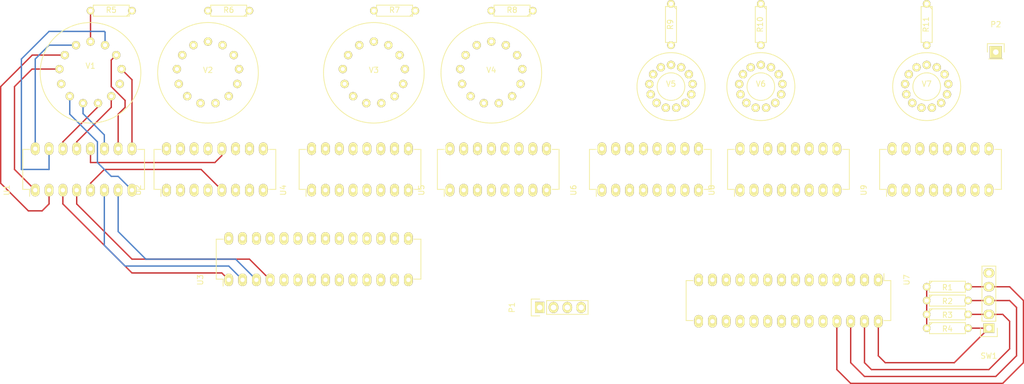
<source format=kicad_pcb>
(kicad_pcb (version 4) (host pcbnew 4.0.0-rc1-stable)

  (general
    (links 155)
    (no_connects 127)
    (area 0 0 0 0)
    (thickness 1.6)
    (drawings 0)
    (tracks 104)
    (zones 0)
    (modules 30)
    (nets 137)
  )

  (page A4)
  (layers
    (0 F.Cu signal)
    (31 B.Cu signal)
    (32 B.Adhes user)
    (33 F.Adhes user)
    (34 B.Paste user)
    (35 F.Paste user)
    (36 B.SilkS user)
    (37 F.SilkS user)
    (38 B.Mask user)
    (39 F.Mask user)
    (40 Dwgs.User user)
    (41 Cmts.User user)
    (42 Eco1.User user)
    (43 Eco2.User user)
    (44 Edge.Cuts user)
    (45 Margin user)
    (46 B.CrtYd user)
    (47 F.CrtYd user)
    (48 B.Fab user)
    (49 F.Fab user)
  )

  (setup
    (last_trace_width 0.25)
    (trace_clearance 0.2)
    (zone_clearance 0.508)
    (zone_45_only no)
    (trace_min 0.2)
    (segment_width 0.2)
    (edge_width 0.15)
    (via_size 0.6)
    (via_drill 0.4)
    (via_min_size 0.4)
    (via_min_drill 0.3)
    (uvia_size 0.3)
    (uvia_drill 0.1)
    (uvias_allowed no)
    (uvia_min_size 0.2)
    (uvia_min_drill 0.1)
    (pcb_text_width 0.3)
    (pcb_text_size 1.5 1.5)
    (mod_edge_width 0.15)
    (mod_text_size 1 1)
    (mod_text_width 0.15)
    (pad_size 1.524 1.524)
    (pad_drill 0.762)
    (pad_to_mask_clearance 0.2)
    (aux_axis_origin 0 0)
    (visible_elements FFFFFF7F)
    (pcbplotparams
      (layerselection 0x00030_80000001)
      (usegerberextensions false)
      (excludeedgelayer true)
      (linewidth 0.100000)
      (plotframeref false)
      (viasonmask false)
      (mode 1)
      (useauxorigin false)
      (hpglpennumber 1)
      (hpglpenspeed 20)
      (hpglpendiameter 15)
      (hpglpenoverlay 2)
      (psnegative false)
      (psa4output false)
      (plotreference true)
      (plotvalue true)
      (plotinvisibletext false)
      (padsonsilk false)
      (subtractmaskfromsilk false)
      (outputformat 1)
      (mirror false)
      (drillshape 1)
      (scaleselection 1)
      (outputdirectory ""))
  )

  (net 0 "")
  (net 1 "Net-(P1-Pad1)")
  (net 2 "Net-(P1-Pad2)")
  (net 3 GND)
  (net 4 +5V)
  (net 5 HT)
  (net 6 "Net-(R1-Pad2)")
  (net 7 "Net-(R2-Pad2)")
  (net 8 "Net-(R3-Pad2)")
  (net 9 "Net-(R4-Pad2)")
  (net 10 "Net-(R5-Pad2)")
  (net 11 "Net-(R6-Pad2)")
  (net 12 "Net-(R7-Pad2)")
  (net 13 "Net-(R8-Pad2)")
  (net 14 "Net-(R9-Pad2)")
  (net 15 "Net-(R10-Pad2)")
  (net 16 "Net-(R11-Pad2)")
  (net 17 "Net-(U1-Pad1)")
  (net 18 "Net-(U1-Pad2)")
  (net 19 "Net-(U1-Pad3)")
  (net 20 "Net-(U1-Pad4)")
  (net 21 "Net-(U1-Pad6)")
  (net 22 "Net-(U1-Pad7)")
  (net 23 "Net-(U1-Pad8)")
  (net 24 "Net-(U1-Pad9)")
  (net 25 "Net-(U1-Pad10)")
  (net 26 "Net-(U1-Pad11)")
  (net 27 "Net-(U1-Pad13)")
  (net 28 "Net-(U1-Pad14)")
  (net 29 "Net-(U1-Pad15)")
  (net 30 "Net-(U1-Pad16)")
  (net 31 "Net-(U2-Pad1)")
  (net 32 "Net-(U2-Pad2)")
  (net 33 "Net-(U2-Pad3)")
  (net 34 "Net-(U2-Pad4)")
  (net 35 "Net-(U2-Pad6)")
  (net 36 "Net-(U2-Pad7)")
  (net 37 "Net-(U2-Pad8)")
  (net 38 "Net-(U2-Pad9)")
  (net 39 "Net-(U2-Pad10)")
  (net 40 "Net-(U2-Pad11)")
  (net 41 "Net-(U2-Pad13)")
  (net 42 "Net-(U2-Pad14)")
  (net 43 "Net-(U2-Pad15)")
  (net 44 "Net-(U2-Pad16)")
  (net 45 "Net-(U3-Pad11)")
  (net 46 "Net-(U3-Pad14)")
  (net 47 "Net-(U3-Pad19)")
  (net 48 "Net-(U3-Pad20)")
  (net 49 "Net-(U3-Pad21)")
  (net 50 "Net-(U3-Pad22)")
  (net 51 "Net-(U3-Pad23)")
  (net 52 "Net-(U3-Pad24)")
  (net 53 "Net-(U3-Pad25)")
  (net 54 "Net-(U3-Pad26)")
  (net 55 "Net-(U3-Pad27)")
  (net 56 "Net-(U3-Pad28)")
  (net 57 "Net-(U4-Pad1)")
  (net 58 "Net-(U4-Pad2)")
  (net 59 "Net-(U4-Pad8)")
  (net 60 "Net-(U4-Pad9)")
  (net 61 "Net-(U4-Pad10)")
  (net 62 "Net-(U4-Pad11)")
  (net 63 "Net-(U4-Pad13)")
  (net 64 "Net-(U4-Pad14)")
  (net 65 "Net-(U4-Pad15)")
  (net 66 "Net-(U4-Pad16)")
  (net 67 "Net-(U5-Pad1)")
  (net 68 "Net-(U5-Pad2)")
  (net 69 "Net-(U5-Pad8)")
  (net 70 "Net-(U5-Pad9)")
  (net 71 "Net-(U5-Pad10)")
  (net 72 "Net-(U5-Pad11)")
  (net 73 "Net-(U5-Pad13)")
  (net 74 "Net-(U5-Pad14)")
  (net 75 "Net-(U5-Pad15)")
  (net 76 "Net-(U5-Pad16)")
  (net 77 "Net-(U6-Pad1)")
  (net 78 "Net-(U6-Pad2)")
  (net 79 "Net-(U6-Pad3)")
  (net 80 "Net-(U6-Pad4)")
  (net 81 "Net-(U6-Pad6)")
  (net 82 "Net-(U6-Pad7)")
  (net 83 "Net-(U6-Pad8)")
  (net 84 "Net-(U6-Pad9)")
  (net 85 "Net-(U6-Pad10)")
  (net 86 "Net-(U6-Pad11)")
  (net 87 "Net-(U6-Pad13)")
  (net 88 "Net-(U6-Pad14)")
  (net 89 "Net-(U6-Pad15)")
  (net 90 "Net-(U6-Pad16)")
  (net 91 "Net-(U7-Pad5)")
  (net 92 "Net-(U7-Pad6)")
  (net 93 "Net-(U7-Pad7)")
  (net 94 "Net-(U7-Pad8)")
  (net 95 "Net-(U7-Pad11)")
  (net 96 "Net-(U7-Pad14)")
  (net 97 "Net-(U7-Pad19)")
  (net 98 "Net-(U7-Pad20)")
  (net 99 "Net-(U7-Pad21)")
  (net 100 "Net-(U7-Pad22)")
  (net 101 "Net-(U7-Pad23)")
  (net 102 "Net-(U7-Pad24)")
  (net 103 "Net-(U8-Pad1)")
  (net 104 "Net-(U8-Pad2)")
  (net 105 "Net-(U8-Pad8)")
  (net 106 "Net-(U8-Pad9)")
  (net 107 "Net-(U8-Pad10)")
  (net 108 "Net-(U8-Pad11)")
  (net 109 "Net-(U8-Pad13)")
  (net 110 "Net-(U8-Pad14)")
  (net 111 "Net-(U8-Pad15)")
  (net 112 "Net-(U8-Pad16)")
  (net 113 "Net-(U9-Pad1)")
  (net 114 "Net-(U9-Pad2)")
  (net 115 "Net-(U9-Pad8)")
  (net 116 "Net-(U9-Pad9)")
  (net 117 "Net-(U9-Pad10)")
  (net 118 "Net-(U9-Pad11)")
  (net 119 "Net-(U9-Pad13)")
  (net 120 "Net-(U9-Pad14)")
  (net 121 "Net-(U9-Pad15)")
  (net 122 "Net-(U9-Pad16)")
  (net 123 "Net-(V1-Pad5)")
  (net 124 "Net-(V1-Pad10)")
  (net 125 "Net-(V2-Pad5)")
  (net 126 "Net-(V2-Pad10)")
  (net 127 "Net-(V3-Pad5)")
  (net 128 "Net-(V3-Pad10)")
  (net 129 "Net-(V4-Pad5)")
  (net 130 "Net-(V4-Pad10)")
  (net 131 "Net-(V5-Pad12)")
  (net 132 "Net-(V5-Pad13)")
  (net 133 "Net-(V6-Pad12)")
  (net 134 "Net-(V6-Pad13)")
  (net 135 "Net-(V7-Pad12)")
  (net 136 "Net-(V7-Pad13)")

  (net_class Default "This is the default net class."
    (clearance 0.2)
    (trace_width 0.25)
    (via_dia 0.6)
    (via_drill 0.4)
    (uvia_dia 0.3)
    (uvia_drill 0.1)
    (add_net +5V)
    (add_net GND)
    (add_net HT)
    (add_net "Net-(P1-Pad1)")
    (add_net "Net-(P1-Pad2)")
    (add_net "Net-(R1-Pad2)")
    (add_net "Net-(R10-Pad2)")
    (add_net "Net-(R11-Pad2)")
    (add_net "Net-(R2-Pad2)")
    (add_net "Net-(R3-Pad2)")
    (add_net "Net-(R4-Pad2)")
    (add_net "Net-(R5-Pad2)")
    (add_net "Net-(R6-Pad2)")
    (add_net "Net-(R7-Pad2)")
    (add_net "Net-(R8-Pad2)")
    (add_net "Net-(R9-Pad2)")
    (add_net "Net-(U1-Pad1)")
    (add_net "Net-(U1-Pad10)")
    (add_net "Net-(U1-Pad11)")
    (add_net "Net-(U1-Pad13)")
    (add_net "Net-(U1-Pad14)")
    (add_net "Net-(U1-Pad15)")
    (add_net "Net-(U1-Pad16)")
    (add_net "Net-(U1-Pad2)")
    (add_net "Net-(U1-Pad3)")
    (add_net "Net-(U1-Pad4)")
    (add_net "Net-(U1-Pad6)")
    (add_net "Net-(U1-Pad7)")
    (add_net "Net-(U1-Pad8)")
    (add_net "Net-(U1-Pad9)")
    (add_net "Net-(U2-Pad1)")
    (add_net "Net-(U2-Pad10)")
    (add_net "Net-(U2-Pad11)")
    (add_net "Net-(U2-Pad13)")
    (add_net "Net-(U2-Pad14)")
    (add_net "Net-(U2-Pad15)")
    (add_net "Net-(U2-Pad16)")
    (add_net "Net-(U2-Pad2)")
    (add_net "Net-(U2-Pad3)")
    (add_net "Net-(U2-Pad4)")
    (add_net "Net-(U2-Pad6)")
    (add_net "Net-(U2-Pad7)")
    (add_net "Net-(U2-Pad8)")
    (add_net "Net-(U2-Pad9)")
    (add_net "Net-(U3-Pad11)")
    (add_net "Net-(U3-Pad14)")
    (add_net "Net-(U3-Pad19)")
    (add_net "Net-(U3-Pad20)")
    (add_net "Net-(U3-Pad21)")
    (add_net "Net-(U3-Pad22)")
    (add_net "Net-(U3-Pad23)")
    (add_net "Net-(U3-Pad24)")
    (add_net "Net-(U3-Pad25)")
    (add_net "Net-(U3-Pad26)")
    (add_net "Net-(U3-Pad27)")
    (add_net "Net-(U3-Pad28)")
    (add_net "Net-(U4-Pad1)")
    (add_net "Net-(U4-Pad10)")
    (add_net "Net-(U4-Pad11)")
    (add_net "Net-(U4-Pad13)")
    (add_net "Net-(U4-Pad14)")
    (add_net "Net-(U4-Pad15)")
    (add_net "Net-(U4-Pad16)")
    (add_net "Net-(U4-Pad2)")
    (add_net "Net-(U4-Pad8)")
    (add_net "Net-(U4-Pad9)")
    (add_net "Net-(U5-Pad1)")
    (add_net "Net-(U5-Pad10)")
    (add_net "Net-(U5-Pad11)")
    (add_net "Net-(U5-Pad13)")
    (add_net "Net-(U5-Pad14)")
    (add_net "Net-(U5-Pad15)")
    (add_net "Net-(U5-Pad16)")
    (add_net "Net-(U5-Pad2)")
    (add_net "Net-(U5-Pad8)")
    (add_net "Net-(U5-Pad9)")
    (add_net "Net-(U6-Pad1)")
    (add_net "Net-(U6-Pad10)")
    (add_net "Net-(U6-Pad11)")
    (add_net "Net-(U6-Pad13)")
    (add_net "Net-(U6-Pad14)")
    (add_net "Net-(U6-Pad15)")
    (add_net "Net-(U6-Pad16)")
    (add_net "Net-(U6-Pad2)")
    (add_net "Net-(U6-Pad3)")
    (add_net "Net-(U6-Pad4)")
    (add_net "Net-(U6-Pad6)")
    (add_net "Net-(U6-Pad7)")
    (add_net "Net-(U6-Pad8)")
    (add_net "Net-(U6-Pad9)")
    (add_net "Net-(U7-Pad11)")
    (add_net "Net-(U7-Pad14)")
    (add_net "Net-(U7-Pad19)")
    (add_net "Net-(U7-Pad20)")
    (add_net "Net-(U7-Pad21)")
    (add_net "Net-(U7-Pad22)")
    (add_net "Net-(U7-Pad23)")
    (add_net "Net-(U7-Pad24)")
    (add_net "Net-(U7-Pad5)")
    (add_net "Net-(U7-Pad6)")
    (add_net "Net-(U7-Pad7)")
    (add_net "Net-(U7-Pad8)")
    (add_net "Net-(U8-Pad1)")
    (add_net "Net-(U8-Pad10)")
    (add_net "Net-(U8-Pad11)")
    (add_net "Net-(U8-Pad13)")
    (add_net "Net-(U8-Pad14)")
    (add_net "Net-(U8-Pad15)")
    (add_net "Net-(U8-Pad16)")
    (add_net "Net-(U8-Pad2)")
    (add_net "Net-(U8-Pad8)")
    (add_net "Net-(U8-Pad9)")
    (add_net "Net-(U9-Pad1)")
    (add_net "Net-(U9-Pad10)")
    (add_net "Net-(U9-Pad11)")
    (add_net "Net-(U9-Pad13)")
    (add_net "Net-(U9-Pad14)")
    (add_net "Net-(U9-Pad15)")
    (add_net "Net-(U9-Pad16)")
    (add_net "Net-(U9-Pad2)")
    (add_net "Net-(U9-Pad8)")
    (add_net "Net-(U9-Pad9)")
    (add_net "Net-(V1-Pad10)")
    (add_net "Net-(V1-Pad5)")
    (add_net "Net-(V2-Pad10)")
    (add_net "Net-(V2-Pad5)")
    (add_net "Net-(V3-Pad10)")
    (add_net "Net-(V3-Pad5)")
    (add_net "Net-(V4-Pad10)")
    (add_net "Net-(V4-Pad5)")
    (add_net "Net-(V5-Pad12)")
    (add_net "Net-(V5-Pad13)")
    (add_net "Net-(V6-Pad12)")
    (add_net "Net-(V6-Pad13)")
    (add_net "Net-(V7-Pad12)")
    (add_net "Net-(V7-Pad13)")
  )

  (module Pin_Headers2:Pin_Header_Straight_1x04 (layer F.Cu) (tedit 0) (tstamp 5634004B)
    (at 133.35 77.47 90)
    (descr "Through hole pin header")
    (tags "pin header")
    (path /562C96AD)
    (fp_text reference P1 (at 0 -5.1 90) (layer F.SilkS)
      (effects (font (size 1 1) (thickness 0.15)))
    )
    (fp_text value CONN_01X04 (at 0 -3.1 90) (layer F.Fab)
      (effects (font (size 1 1) (thickness 0.15)))
    )
    (fp_line (start -1.75 -1.75) (end -1.75 9.4) (layer F.CrtYd) (width 0.05))
    (fp_line (start 1.75 -1.75) (end 1.75 9.4) (layer F.CrtYd) (width 0.05))
    (fp_line (start -1.75 -1.75) (end 1.75 -1.75) (layer F.CrtYd) (width 0.05))
    (fp_line (start -1.75 9.4) (end 1.75 9.4) (layer F.CrtYd) (width 0.05))
    (fp_line (start -1.27 1.27) (end -1.27 8.89) (layer F.SilkS) (width 0.15))
    (fp_line (start 1.27 1.27) (end 1.27 8.89) (layer F.SilkS) (width 0.15))
    (fp_line (start 1.55 -1.55) (end 1.55 0) (layer F.SilkS) (width 0.15))
    (fp_line (start -1.27 8.89) (end 1.27 8.89) (layer F.SilkS) (width 0.15))
    (fp_line (start 1.27 1.27) (end -1.27 1.27) (layer F.SilkS) (width 0.15))
    (fp_line (start -1.55 0) (end -1.55 -1.55) (layer F.SilkS) (width 0.15))
    (fp_line (start -1.55 -1.55) (end 1.55 -1.55) (layer F.SilkS) (width 0.15))
    (pad 1 thru_hole rect (at 0 0 90) (size 2.032 1.7272) (drill 1.016) (layers *.Cu *.Mask F.SilkS)
      (net 1 "Net-(P1-Pad1)"))
    (pad 2 thru_hole oval (at 0 2.54 90) (size 2.032 1.7272) (drill 1.016) (layers *.Cu *.Mask F.SilkS)
      (net 2 "Net-(P1-Pad2)"))
    (pad 3 thru_hole oval (at 0 5.08 90) (size 2.032 1.7272) (drill 1.016) (layers *.Cu *.Mask F.SilkS)
      (net 3 GND))
    (pad 4 thru_hole oval (at 0 7.62 90) (size 2.032 1.7272) (drill 1.016) (layers *.Cu *.Mask F.SilkS)
      (net 4 +5V))
    (model Pin_Headers.3dshapes/Pin_Header_Straight_1x04.wrl
      (at (xyz 0 -0.15 0))
      (scale (xyz 1 1 1))
      (rotate (xyz 0 0 90))
    )
  )

  (module Pin_Headers2:Pin_Header_Straight_1x01 (layer F.Cu) (tedit 54EA08DC) (tstamp 56340050)
    (at 217.17 30.48)
    (descr "Through hole pin header")
    (tags "pin header")
    (path /562CBAC1)
    (fp_text reference P2 (at 0 -5.1) (layer F.SilkS)
      (effects (font (size 1 1) (thickness 0.15)))
    )
    (fp_text value CONN_HT (at 0 -3.1) (layer F.Fab)
      (effects (font (size 1 1) (thickness 0.15)))
    )
    (fp_line (start 1.55 -1.55) (end 1.55 0) (layer F.SilkS) (width 0.15))
    (fp_line (start -1.75 -1.75) (end -1.75 1.75) (layer F.CrtYd) (width 0.05))
    (fp_line (start 1.75 -1.75) (end 1.75 1.75) (layer F.CrtYd) (width 0.05))
    (fp_line (start -1.75 -1.75) (end 1.75 -1.75) (layer F.CrtYd) (width 0.05))
    (fp_line (start -1.75 1.75) (end 1.75 1.75) (layer F.CrtYd) (width 0.05))
    (fp_line (start -1.55 0) (end -1.55 -1.55) (layer F.SilkS) (width 0.15))
    (fp_line (start -1.55 -1.55) (end 1.55 -1.55) (layer F.SilkS) (width 0.15))
    (fp_line (start -1.27 1.27) (end 1.27 1.27) (layer F.SilkS) (width 0.15))
    (pad 1 thru_hole rect (at 0 0) (size 2.2352 2.2352) (drill 1.016) (layers *.Cu *.Mask F.SilkS)
      (net 5 HT))
    (model Pin_Headers.3dshapes/Pin_Header_Straight_1x01.wrl
      (at (xyz 0 0 0))
      (scale (xyz 1 1 1))
      (rotate (xyz 0 0 90))
    )
  )

  (module Discret:R3 (layer F.Cu) (tedit 0) (tstamp 56340056)
    (at 208.28 73.66)
    (descr "Resitance 3 pas")
    (tags R)
    (path /562C84A2)
    (fp_text reference R1 (at 0 0.127) (layer F.SilkS)
      (effects (font (size 1 1) (thickness 0.15)))
    )
    (fp_text value 10kΩ (at 0 0.127) (layer F.Fab)
      (effects (font (size 1 1) (thickness 0.15)))
    )
    (fp_line (start -3.81 0) (end -3.302 0) (layer F.SilkS) (width 0.15))
    (fp_line (start 3.81 0) (end 3.302 0) (layer F.SilkS) (width 0.15))
    (fp_line (start 3.302 0) (end 3.302 -1.016) (layer F.SilkS) (width 0.15))
    (fp_line (start 3.302 -1.016) (end -3.302 -1.016) (layer F.SilkS) (width 0.15))
    (fp_line (start -3.302 -1.016) (end -3.302 1.016) (layer F.SilkS) (width 0.15))
    (fp_line (start -3.302 1.016) (end 3.302 1.016) (layer F.SilkS) (width 0.15))
    (fp_line (start 3.302 1.016) (end 3.302 0) (layer F.SilkS) (width 0.15))
    (fp_line (start -3.302 -0.508) (end -2.794 -1.016) (layer F.SilkS) (width 0.15))
    (pad 1 thru_hole circle (at -3.81 0) (size 1.397 1.397) (drill 0.8128) (layers *.Cu *.Mask F.SilkS)
      (net 3 GND))
    (pad 2 thru_hole circle (at 3.81 0) (size 1.397 1.397) (drill 0.8128) (layers *.Cu *.Mask F.SilkS)
      (net 6 "Net-(R1-Pad2)"))
    (model Discret.3dshapes/R3.wrl
      (at (xyz 0 0 0))
      (scale (xyz 0.3 0.3 0.3))
      (rotate (xyz 0 0 0))
    )
  )

  (module Discret:R3 (layer F.Cu) (tedit 0) (tstamp 5634005C)
    (at 208.28 76.2)
    (descr "Resitance 3 pas")
    (tags R)
    (path /562C8509)
    (fp_text reference R2 (at 0 0.127) (layer F.SilkS)
      (effects (font (size 1 1) (thickness 0.15)))
    )
    (fp_text value 10kΩ (at 0 0.127) (layer F.Fab)
      (effects (font (size 1 1) (thickness 0.15)))
    )
    (fp_line (start -3.81 0) (end -3.302 0) (layer F.SilkS) (width 0.15))
    (fp_line (start 3.81 0) (end 3.302 0) (layer F.SilkS) (width 0.15))
    (fp_line (start 3.302 0) (end 3.302 -1.016) (layer F.SilkS) (width 0.15))
    (fp_line (start 3.302 -1.016) (end -3.302 -1.016) (layer F.SilkS) (width 0.15))
    (fp_line (start -3.302 -1.016) (end -3.302 1.016) (layer F.SilkS) (width 0.15))
    (fp_line (start -3.302 1.016) (end 3.302 1.016) (layer F.SilkS) (width 0.15))
    (fp_line (start 3.302 1.016) (end 3.302 0) (layer F.SilkS) (width 0.15))
    (fp_line (start -3.302 -0.508) (end -2.794 -1.016) (layer F.SilkS) (width 0.15))
    (pad 1 thru_hole circle (at -3.81 0) (size 1.397 1.397) (drill 0.8128) (layers *.Cu *.Mask F.SilkS)
      (net 3 GND))
    (pad 2 thru_hole circle (at 3.81 0) (size 1.397 1.397) (drill 0.8128) (layers *.Cu *.Mask F.SilkS)
      (net 7 "Net-(R2-Pad2)"))
    (model Discret.3dshapes/R3.wrl
      (at (xyz 0 0 0))
      (scale (xyz 0.3 0.3 0.3))
      (rotate (xyz 0 0 0))
    )
  )

  (module Discret:R3 (layer F.Cu) (tedit 0) (tstamp 56340062)
    (at 208.28 78.74)
    (descr "Resitance 3 pas")
    (tags R)
    (path /562C8544)
    (fp_text reference R3 (at 0 0.127) (layer F.SilkS)
      (effects (font (size 1 1) (thickness 0.15)))
    )
    (fp_text value 10kΩ (at 0 0.127) (layer F.Fab)
      (effects (font (size 1 1) (thickness 0.15)))
    )
    (fp_line (start -3.81 0) (end -3.302 0) (layer F.SilkS) (width 0.15))
    (fp_line (start 3.81 0) (end 3.302 0) (layer F.SilkS) (width 0.15))
    (fp_line (start 3.302 0) (end 3.302 -1.016) (layer F.SilkS) (width 0.15))
    (fp_line (start 3.302 -1.016) (end -3.302 -1.016) (layer F.SilkS) (width 0.15))
    (fp_line (start -3.302 -1.016) (end -3.302 1.016) (layer F.SilkS) (width 0.15))
    (fp_line (start -3.302 1.016) (end 3.302 1.016) (layer F.SilkS) (width 0.15))
    (fp_line (start 3.302 1.016) (end 3.302 0) (layer F.SilkS) (width 0.15))
    (fp_line (start -3.302 -0.508) (end -2.794 -1.016) (layer F.SilkS) (width 0.15))
    (pad 1 thru_hole circle (at -3.81 0) (size 1.397 1.397) (drill 0.8128) (layers *.Cu *.Mask F.SilkS)
      (net 3 GND))
    (pad 2 thru_hole circle (at 3.81 0) (size 1.397 1.397) (drill 0.8128) (layers *.Cu *.Mask F.SilkS)
      (net 8 "Net-(R3-Pad2)"))
    (model Discret.3dshapes/R3.wrl
      (at (xyz 0 0 0))
      (scale (xyz 0.3 0.3 0.3))
      (rotate (xyz 0 0 0))
    )
  )

  (module Discret:R3 (layer F.Cu) (tedit 0) (tstamp 56340068)
    (at 208.28 81.28)
    (descr "Resitance 3 pas")
    (tags R)
    (path /562C8581)
    (fp_text reference R4 (at 0 0.127) (layer F.SilkS)
      (effects (font (size 1 1) (thickness 0.15)))
    )
    (fp_text value 10kΩ (at 0 0.127) (layer F.Fab)
      (effects (font (size 1 1) (thickness 0.15)))
    )
    (fp_line (start -3.81 0) (end -3.302 0) (layer F.SilkS) (width 0.15))
    (fp_line (start 3.81 0) (end 3.302 0) (layer F.SilkS) (width 0.15))
    (fp_line (start 3.302 0) (end 3.302 -1.016) (layer F.SilkS) (width 0.15))
    (fp_line (start 3.302 -1.016) (end -3.302 -1.016) (layer F.SilkS) (width 0.15))
    (fp_line (start -3.302 -1.016) (end -3.302 1.016) (layer F.SilkS) (width 0.15))
    (fp_line (start -3.302 1.016) (end 3.302 1.016) (layer F.SilkS) (width 0.15))
    (fp_line (start 3.302 1.016) (end 3.302 0) (layer F.SilkS) (width 0.15))
    (fp_line (start -3.302 -0.508) (end -2.794 -1.016) (layer F.SilkS) (width 0.15))
    (pad 1 thru_hole circle (at -3.81 0) (size 1.397 1.397) (drill 0.8128) (layers *.Cu *.Mask F.SilkS)
      (net 3 GND))
    (pad 2 thru_hole circle (at 3.81 0) (size 1.397 1.397) (drill 0.8128) (layers *.Cu *.Mask F.SilkS)
      (net 9 "Net-(R4-Pad2)"))
    (model Discret.3dshapes/R3.wrl
      (at (xyz 0 0 0))
      (scale (xyz 0.3 0.3 0.3))
      (rotate (xyz 0 0 0))
    )
  )

  (module Discret:R3 (layer F.Cu) (tedit 0) (tstamp 5634006E)
    (at 54.61 22.86 180)
    (descr "Resitance 3 pas")
    (tags R)
    (path /562E88F7)
    (fp_text reference R5 (at 0 0.127 180) (layer F.SilkS)
      (effects (font (size 1 1) (thickness 0.15)))
    )
    (fp_text value 22kΩ (at 0 0.127 180) (layer F.Fab)
      (effects (font (size 1 1) (thickness 0.15)))
    )
    (fp_line (start -3.81 0) (end -3.302 0) (layer F.SilkS) (width 0.15))
    (fp_line (start 3.81 0) (end 3.302 0) (layer F.SilkS) (width 0.15))
    (fp_line (start 3.302 0) (end 3.302 -1.016) (layer F.SilkS) (width 0.15))
    (fp_line (start 3.302 -1.016) (end -3.302 -1.016) (layer F.SilkS) (width 0.15))
    (fp_line (start -3.302 -1.016) (end -3.302 1.016) (layer F.SilkS) (width 0.15))
    (fp_line (start -3.302 1.016) (end 3.302 1.016) (layer F.SilkS) (width 0.15))
    (fp_line (start 3.302 1.016) (end 3.302 0) (layer F.SilkS) (width 0.15))
    (fp_line (start -3.302 -0.508) (end -2.794 -1.016) (layer F.SilkS) (width 0.15))
    (pad 1 thru_hole circle (at -3.81 0 180) (size 1.397 1.397) (drill 0.8128) (layers *.Cu *.Mask F.SilkS)
      (net 5 HT))
    (pad 2 thru_hole circle (at 3.81 0 180) (size 1.397 1.397) (drill 0.8128) (layers *.Cu *.Mask F.SilkS)
      (net 10 "Net-(R5-Pad2)"))
    (model Discret.3dshapes/R3.wrl
      (at (xyz 0 0 0))
      (scale (xyz 0.3 0.3 0.3))
      (rotate (xyz 0 0 0))
    )
  )

  (module Discret:R3 (layer F.Cu) (tedit 0) (tstamp 56340074)
    (at 76.2 22.86 180)
    (descr "Resitance 3 pas")
    (tags R)
    (path /562E898E)
    (fp_text reference R6 (at 0 0.127 180) (layer F.SilkS)
      (effects (font (size 1 1) (thickness 0.15)))
    )
    (fp_text value 22kΩ (at 0 0.127 180) (layer F.Fab)
      (effects (font (size 1 1) (thickness 0.15)))
    )
    (fp_line (start -3.81 0) (end -3.302 0) (layer F.SilkS) (width 0.15))
    (fp_line (start 3.81 0) (end 3.302 0) (layer F.SilkS) (width 0.15))
    (fp_line (start 3.302 0) (end 3.302 -1.016) (layer F.SilkS) (width 0.15))
    (fp_line (start 3.302 -1.016) (end -3.302 -1.016) (layer F.SilkS) (width 0.15))
    (fp_line (start -3.302 -1.016) (end -3.302 1.016) (layer F.SilkS) (width 0.15))
    (fp_line (start -3.302 1.016) (end 3.302 1.016) (layer F.SilkS) (width 0.15))
    (fp_line (start 3.302 1.016) (end 3.302 0) (layer F.SilkS) (width 0.15))
    (fp_line (start -3.302 -0.508) (end -2.794 -1.016) (layer F.SilkS) (width 0.15))
    (pad 1 thru_hole circle (at -3.81 0 180) (size 1.397 1.397) (drill 0.8128) (layers *.Cu *.Mask F.SilkS)
      (net 5 HT))
    (pad 2 thru_hole circle (at 3.81 0 180) (size 1.397 1.397) (drill 0.8128) (layers *.Cu *.Mask F.SilkS)
      (net 11 "Net-(R6-Pad2)"))
    (model Discret.3dshapes/R3.wrl
      (at (xyz 0 0 0))
      (scale (xyz 0.3 0.3 0.3))
      (rotate (xyz 0 0 0))
    )
  )

  (module Discret:R3 (layer F.Cu) (tedit 0) (tstamp 5634007A)
    (at 106.68 22.86 180)
    (descr "Resitance 3 pas")
    (tags R)
    (path /562E8B7F)
    (fp_text reference R7 (at 0 0.127 180) (layer F.SilkS)
      (effects (font (size 1 1) (thickness 0.15)))
    )
    (fp_text value 22kΩ (at 0 0.127 180) (layer F.Fab)
      (effects (font (size 1 1) (thickness 0.15)))
    )
    (fp_line (start -3.81 0) (end -3.302 0) (layer F.SilkS) (width 0.15))
    (fp_line (start 3.81 0) (end 3.302 0) (layer F.SilkS) (width 0.15))
    (fp_line (start 3.302 0) (end 3.302 -1.016) (layer F.SilkS) (width 0.15))
    (fp_line (start 3.302 -1.016) (end -3.302 -1.016) (layer F.SilkS) (width 0.15))
    (fp_line (start -3.302 -1.016) (end -3.302 1.016) (layer F.SilkS) (width 0.15))
    (fp_line (start -3.302 1.016) (end 3.302 1.016) (layer F.SilkS) (width 0.15))
    (fp_line (start 3.302 1.016) (end 3.302 0) (layer F.SilkS) (width 0.15))
    (fp_line (start -3.302 -0.508) (end -2.794 -1.016) (layer F.SilkS) (width 0.15))
    (pad 1 thru_hole circle (at -3.81 0 180) (size 1.397 1.397) (drill 0.8128) (layers *.Cu *.Mask F.SilkS)
      (net 5 HT))
    (pad 2 thru_hole circle (at 3.81 0 180) (size 1.397 1.397) (drill 0.8128) (layers *.Cu *.Mask F.SilkS)
      (net 12 "Net-(R7-Pad2)"))
    (model Discret.3dshapes/R3.wrl
      (at (xyz 0 0 0))
      (scale (xyz 0.3 0.3 0.3))
      (rotate (xyz 0 0 0))
    )
  )

  (module Discret:R3 (layer F.Cu) (tedit 0) (tstamp 56340080)
    (at 128.27 22.86 180)
    (descr "Resitance 3 pas")
    (tags R)
    (path /562E8D1A)
    (fp_text reference R8 (at 0 0.127 180) (layer F.SilkS)
      (effects (font (size 1 1) (thickness 0.15)))
    )
    (fp_text value 22kΩ (at 0 0.127 180) (layer F.Fab)
      (effects (font (size 1 1) (thickness 0.15)))
    )
    (fp_line (start -3.81 0) (end -3.302 0) (layer F.SilkS) (width 0.15))
    (fp_line (start 3.81 0) (end 3.302 0) (layer F.SilkS) (width 0.15))
    (fp_line (start 3.302 0) (end 3.302 -1.016) (layer F.SilkS) (width 0.15))
    (fp_line (start 3.302 -1.016) (end -3.302 -1.016) (layer F.SilkS) (width 0.15))
    (fp_line (start -3.302 -1.016) (end -3.302 1.016) (layer F.SilkS) (width 0.15))
    (fp_line (start -3.302 1.016) (end 3.302 1.016) (layer F.SilkS) (width 0.15))
    (fp_line (start 3.302 1.016) (end 3.302 0) (layer F.SilkS) (width 0.15))
    (fp_line (start -3.302 -0.508) (end -2.794 -1.016) (layer F.SilkS) (width 0.15))
    (pad 1 thru_hole circle (at -3.81 0 180) (size 1.397 1.397) (drill 0.8128) (layers *.Cu *.Mask F.SilkS)
      (net 5 HT))
    (pad 2 thru_hole circle (at 3.81 0 180) (size 1.397 1.397) (drill 0.8128) (layers *.Cu *.Mask F.SilkS)
      (net 13 "Net-(R8-Pad2)"))
    (model Discret.3dshapes/R3.wrl
      (at (xyz 0 0 0))
      (scale (xyz 0.3 0.3 0.3))
      (rotate (xyz 0 0 0))
    )
  )

  (module Discret:R3 (layer F.Cu) (tedit 0) (tstamp 56340086)
    (at 157.48 25.4 270)
    (descr "Resitance 3 pas")
    (tags R)
    (path /562E8E8E)
    (fp_text reference R9 (at 0 0.127 270) (layer F.SilkS)
      (effects (font (size 1 1) (thickness 0.15)))
    )
    (fp_text value 22kΩ (at 0 0.127 270) (layer F.Fab)
      (effects (font (size 1 1) (thickness 0.15)))
    )
    (fp_line (start -3.81 0) (end -3.302 0) (layer F.SilkS) (width 0.15))
    (fp_line (start 3.81 0) (end 3.302 0) (layer F.SilkS) (width 0.15))
    (fp_line (start 3.302 0) (end 3.302 -1.016) (layer F.SilkS) (width 0.15))
    (fp_line (start 3.302 -1.016) (end -3.302 -1.016) (layer F.SilkS) (width 0.15))
    (fp_line (start -3.302 -1.016) (end -3.302 1.016) (layer F.SilkS) (width 0.15))
    (fp_line (start -3.302 1.016) (end 3.302 1.016) (layer F.SilkS) (width 0.15))
    (fp_line (start 3.302 1.016) (end 3.302 0) (layer F.SilkS) (width 0.15))
    (fp_line (start -3.302 -0.508) (end -2.794 -1.016) (layer F.SilkS) (width 0.15))
    (pad 1 thru_hole circle (at -3.81 0 270) (size 1.397 1.397) (drill 0.8128) (layers *.Cu *.Mask F.SilkS)
      (net 5 HT))
    (pad 2 thru_hole circle (at 3.81 0 270) (size 1.397 1.397) (drill 0.8128) (layers *.Cu *.Mask F.SilkS)
      (net 14 "Net-(R9-Pad2)"))
    (model Discret.3dshapes/R3.wrl
      (at (xyz 0 0 0))
      (scale (xyz 0.3 0.3 0.3))
      (rotate (xyz 0 0 0))
    )
  )

  (module Discret:R3 (layer F.Cu) (tedit 0) (tstamp 5634008C)
    (at 173.99 25.4 270)
    (descr "Resitance 3 pas")
    (tags R)
    (path /562E9047)
    (fp_text reference R10 (at 0 0.127 270) (layer F.SilkS)
      (effects (font (size 1 1) (thickness 0.15)))
    )
    (fp_text value 22kΩ (at 0 0.127 270) (layer F.Fab)
      (effects (font (size 1 1) (thickness 0.15)))
    )
    (fp_line (start -3.81 0) (end -3.302 0) (layer F.SilkS) (width 0.15))
    (fp_line (start 3.81 0) (end 3.302 0) (layer F.SilkS) (width 0.15))
    (fp_line (start 3.302 0) (end 3.302 -1.016) (layer F.SilkS) (width 0.15))
    (fp_line (start 3.302 -1.016) (end -3.302 -1.016) (layer F.SilkS) (width 0.15))
    (fp_line (start -3.302 -1.016) (end -3.302 1.016) (layer F.SilkS) (width 0.15))
    (fp_line (start -3.302 1.016) (end 3.302 1.016) (layer F.SilkS) (width 0.15))
    (fp_line (start 3.302 1.016) (end 3.302 0) (layer F.SilkS) (width 0.15))
    (fp_line (start -3.302 -0.508) (end -2.794 -1.016) (layer F.SilkS) (width 0.15))
    (pad 1 thru_hole circle (at -3.81 0 270) (size 1.397 1.397) (drill 0.8128) (layers *.Cu *.Mask F.SilkS)
      (net 5 HT))
    (pad 2 thru_hole circle (at 3.81 0 270) (size 1.397 1.397) (drill 0.8128) (layers *.Cu *.Mask F.SilkS)
      (net 15 "Net-(R10-Pad2)"))
    (model Discret.3dshapes/R3.wrl
      (at (xyz 0 0 0))
      (scale (xyz 0.3 0.3 0.3))
      (rotate (xyz 0 0 0))
    )
  )

  (module Discret:R3 (layer F.Cu) (tedit 0) (tstamp 56340092)
    (at 204.47 25.4 270)
    (descr "Resitance 3 pas")
    (tags R)
    (path /562E919B)
    (fp_text reference R11 (at 0 0.127 270) (layer F.SilkS)
      (effects (font (size 1 1) (thickness 0.15)))
    )
    (fp_text value 22kΩ (at 0 0.127 270) (layer F.Fab)
      (effects (font (size 1 1) (thickness 0.15)))
    )
    (fp_line (start -3.81 0) (end -3.302 0) (layer F.SilkS) (width 0.15))
    (fp_line (start 3.81 0) (end 3.302 0) (layer F.SilkS) (width 0.15))
    (fp_line (start 3.302 0) (end 3.302 -1.016) (layer F.SilkS) (width 0.15))
    (fp_line (start 3.302 -1.016) (end -3.302 -1.016) (layer F.SilkS) (width 0.15))
    (fp_line (start -3.302 -1.016) (end -3.302 1.016) (layer F.SilkS) (width 0.15))
    (fp_line (start -3.302 1.016) (end 3.302 1.016) (layer F.SilkS) (width 0.15))
    (fp_line (start 3.302 1.016) (end 3.302 0) (layer F.SilkS) (width 0.15))
    (fp_line (start -3.302 -0.508) (end -2.794 -1.016) (layer F.SilkS) (width 0.15))
    (pad 1 thru_hole circle (at -3.81 0 270) (size 1.397 1.397) (drill 0.8128) (layers *.Cu *.Mask F.SilkS)
      (net 5 HT))
    (pad 2 thru_hole circle (at 3.81 0 270) (size 1.397 1.397) (drill 0.8128) (layers *.Cu *.Mask F.SilkS)
      (net 16 "Net-(R11-Pad2)"))
    (model Discret.3dshapes/R3.wrl
      (at (xyz 0 0 0))
      (scale (xyz 0.3 0.3 0.3))
      (rotate (xyz 0 0 0))
    )
  )

  (module Pin_Headers2:Pin_Header_Straight_1x05 (layer F.Cu) (tedit 54EA0684) (tstamp 5634009B)
    (at 215.9 81.28 180)
    (descr "Through hole pin header")
    (tags "pin header")
    (path /562C7ADD)
    (fp_text reference SW1 (at 0 -5.1 180) (layer F.SilkS)
      (effects (font (size 1 1) (thickness 0.15)))
    )
    (fp_text value SP4T (at 0 -3.1 180) (layer F.Fab)
      (effects (font (size 1 1) (thickness 0.15)))
    )
    (fp_line (start -1.55 0) (end -1.55 -1.55) (layer F.SilkS) (width 0.15))
    (fp_line (start -1.55 -1.55) (end 1.55 -1.55) (layer F.SilkS) (width 0.15))
    (fp_line (start 1.55 -1.55) (end 1.55 0) (layer F.SilkS) (width 0.15))
    (fp_line (start -1.75 -1.75) (end -1.75 11.95) (layer F.CrtYd) (width 0.05))
    (fp_line (start 1.75 -1.75) (end 1.75 11.95) (layer F.CrtYd) (width 0.05))
    (fp_line (start -1.75 -1.75) (end 1.75 -1.75) (layer F.CrtYd) (width 0.05))
    (fp_line (start -1.75 11.95) (end 1.75 11.95) (layer F.CrtYd) (width 0.05))
    (fp_line (start 1.27 1.27) (end 1.27 11.43) (layer F.SilkS) (width 0.15))
    (fp_line (start 1.27 11.43) (end -1.27 11.43) (layer F.SilkS) (width 0.15))
    (fp_line (start -1.27 11.43) (end -1.27 1.27) (layer F.SilkS) (width 0.15))
    (fp_line (start 1.27 1.27) (end -1.27 1.27) (layer F.SilkS) (width 0.15))
    (pad 1 thru_hole rect (at 0 0 180) (size 2.032 1.7272) (drill 1.016) (layers *.Cu *.Mask F.SilkS)
      (net 9 "Net-(R4-Pad2)"))
    (pad 2 thru_hole oval (at 0 2.54 180) (size 2.032 1.7272) (drill 1.016) (layers *.Cu *.Mask F.SilkS)
      (net 8 "Net-(R3-Pad2)"))
    (pad 3 thru_hole oval (at 0 5.08 180) (size 2.032 1.7272) (drill 1.016) (layers *.Cu *.Mask F.SilkS)
      (net 7 "Net-(R2-Pad2)"))
    (pad 4 thru_hole oval (at 0 7.62 180) (size 2.032 1.7272) (drill 1.016) (layers *.Cu *.Mask F.SilkS)
      (net 6 "Net-(R1-Pad2)"))
    (pad 5 thru_hole oval (at 0 10.16 180) (size 2.032 1.7272) (drill 1.016) (layers *.Cu *.Mask F.SilkS)
      (net 4 +5V))
    (model Pin_Headers.3dshapes/Pin_Header_Straight_1x05.wrl
      (at (xyz 0 -0.2 0))
      (scale (xyz 1 1 1))
      (rotate (xyz 0 0 90))
    )
  )

  (module Housings_DIP2:DIP-16_W7.62mm_LongPads (layer F.Cu) (tedit 54130A77) (tstamp 563400AF)
    (at 40.64 55.88 90)
    (descr "16-lead dip package, row spacing 7.62 mm (300 mils), longer pads")
    (tags "dil dip 2.54 300")
    (path /562ACE2E)
    (fp_text reference U1 (at 0 -5.22 90) (layer F.SilkS)
      (effects (font (size 1 1) (thickness 0.15)))
    )
    (fp_text value 7441 (at 0 -3.72 90) (layer F.Fab)
      (effects (font (size 1 1) (thickness 0.15)))
    )
    (fp_line (start -1.4 -2.45) (end -1.4 20.25) (layer F.CrtYd) (width 0.05))
    (fp_line (start 9 -2.45) (end 9 20.25) (layer F.CrtYd) (width 0.05))
    (fp_line (start -1.4 -2.45) (end 9 -2.45) (layer F.CrtYd) (width 0.05))
    (fp_line (start -1.4 20.25) (end 9 20.25) (layer F.CrtYd) (width 0.05))
    (fp_line (start 0.135 -2.295) (end 0.135 -1.025) (layer F.SilkS) (width 0.15))
    (fp_line (start 7.485 -2.295) (end 7.485 -1.025) (layer F.SilkS) (width 0.15))
    (fp_line (start 7.485 20.075) (end 7.485 18.805) (layer F.SilkS) (width 0.15))
    (fp_line (start 0.135 20.075) (end 0.135 18.805) (layer F.SilkS) (width 0.15))
    (fp_line (start 0.135 -2.295) (end 7.485 -2.295) (layer F.SilkS) (width 0.15))
    (fp_line (start 0.135 20.075) (end 7.485 20.075) (layer F.SilkS) (width 0.15))
    (fp_line (start 0.135 -1.025) (end -1.15 -1.025) (layer F.SilkS) (width 0.15))
    (pad 1 thru_hole oval (at 0 0 90) (size 2.3 1.6) (drill 0.8) (layers *.Cu *.Mask F.SilkS)
      (net 17 "Net-(U1-Pad1)"))
    (pad 2 thru_hole oval (at 0 2.54 90) (size 2.3 1.6) (drill 0.8) (layers *.Cu *.Mask F.SilkS)
      (net 18 "Net-(U1-Pad2)"))
    (pad 3 thru_hole oval (at 0 5.08 90) (size 2.3 1.6) (drill 0.8) (layers *.Cu *.Mask F.SilkS)
      (net 19 "Net-(U1-Pad3)"))
    (pad 4 thru_hole oval (at 0 7.62 90) (size 2.3 1.6) (drill 0.8) (layers *.Cu *.Mask F.SilkS)
      (net 20 "Net-(U1-Pad4)"))
    (pad 5 thru_hole oval (at 0 10.16 90) (size 2.3 1.6) (drill 0.8) (layers *.Cu *.Mask F.SilkS)
      (net 4 +5V))
    (pad 6 thru_hole oval (at 0 12.7 90) (size 2.3 1.6) (drill 0.8) (layers *.Cu *.Mask F.SilkS)
      (net 21 "Net-(U1-Pad6)"))
    (pad 7 thru_hole oval (at 0 15.24 90) (size 2.3 1.6) (drill 0.8) (layers *.Cu *.Mask F.SilkS)
      (net 22 "Net-(U1-Pad7)"))
    (pad 8 thru_hole oval (at 0 17.78 90) (size 2.3 1.6) (drill 0.8) (layers *.Cu *.Mask F.SilkS)
      (net 23 "Net-(U1-Pad8)"))
    (pad 9 thru_hole oval (at 7.62 17.78 90) (size 2.3 1.6) (drill 0.8) (layers *.Cu *.Mask F.SilkS)
      (net 24 "Net-(U1-Pad9)"))
    (pad 10 thru_hole oval (at 7.62 15.24 90) (size 2.3 1.6) (drill 0.8) (layers *.Cu *.Mask F.SilkS)
      (net 25 "Net-(U1-Pad10)"))
    (pad 11 thru_hole oval (at 7.62 12.7 90) (size 2.3 1.6) (drill 0.8) (layers *.Cu *.Mask F.SilkS)
      (net 26 "Net-(U1-Pad11)"))
    (pad 12 thru_hole oval (at 7.62 10.16 90) (size 2.3 1.6) (drill 0.8) (layers *.Cu *.Mask F.SilkS)
      (net 3 GND))
    (pad 13 thru_hole oval (at 7.62 7.62 90) (size 2.3 1.6) (drill 0.8) (layers *.Cu *.Mask F.SilkS)
      (net 27 "Net-(U1-Pad13)"))
    (pad 14 thru_hole oval (at 7.62 5.08 90) (size 2.3 1.6) (drill 0.8) (layers *.Cu *.Mask F.SilkS)
      (net 28 "Net-(U1-Pad14)"))
    (pad 15 thru_hole oval (at 7.62 2.54 90) (size 2.3 1.6) (drill 0.8) (layers *.Cu *.Mask F.SilkS)
      (net 29 "Net-(U1-Pad15)"))
    (pad 16 thru_hole oval (at 7.62 0 90) (size 2.3 1.6) (drill 0.8) (layers *.Cu *.Mask F.SilkS)
      (net 30 "Net-(U1-Pad16)"))
    (model Housings_DIP.3dshapes/DIP-16_W7.62mm_LongPads.wrl
      (at (xyz 0 0 0))
      (scale (xyz 1 1 1))
      (rotate (xyz 0 0 0))
    )
  )

  (module Housings_DIP2:DIP-16_W7.62mm_LongPads (layer F.Cu) (tedit 54130A77) (tstamp 563400C3)
    (at 64.77 55.88 90)
    (descr "16-lead dip package, row spacing 7.62 mm (300 mils), longer pads")
    (tags "dil dip 2.54 300")
    (path /562ACFFE)
    (fp_text reference U2 (at 0 -5.22 90) (layer F.SilkS)
      (effects (font (size 1 1) (thickness 0.15)))
    )
    (fp_text value 7441 (at 0 -3.72 90) (layer F.Fab)
      (effects (font (size 1 1) (thickness 0.15)))
    )
    (fp_line (start -1.4 -2.45) (end -1.4 20.25) (layer F.CrtYd) (width 0.05))
    (fp_line (start 9 -2.45) (end 9 20.25) (layer F.CrtYd) (width 0.05))
    (fp_line (start -1.4 -2.45) (end 9 -2.45) (layer F.CrtYd) (width 0.05))
    (fp_line (start -1.4 20.25) (end 9 20.25) (layer F.CrtYd) (width 0.05))
    (fp_line (start 0.135 -2.295) (end 0.135 -1.025) (layer F.SilkS) (width 0.15))
    (fp_line (start 7.485 -2.295) (end 7.485 -1.025) (layer F.SilkS) (width 0.15))
    (fp_line (start 7.485 20.075) (end 7.485 18.805) (layer F.SilkS) (width 0.15))
    (fp_line (start 0.135 20.075) (end 0.135 18.805) (layer F.SilkS) (width 0.15))
    (fp_line (start 0.135 -2.295) (end 7.485 -2.295) (layer F.SilkS) (width 0.15))
    (fp_line (start 0.135 20.075) (end 7.485 20.075) (layer F.SilkS) (width 0.15))
    (fp_line (start 0.135 -1.025) (end -1.15 -1.025) (layer F.SilkS) (width 0.15))
    (pad 1 thru_hole oval (at 0 0 90) (size 2.3 1.6) (drill 0.8) (layers *.Cu *.Mask F.SilkS)
      (net 31 "Net-(U2-Pad1)"))
    (pad 2 thru_hole oval (at 0 2.54 90) (size 2.3 1.6) (drill 0.8) (layers *.Cu *.Mask F.SilkS)
      (net 32 "Net-(U2-Pad2)"))
    (pad 3 thru_hole oval (at 0 5.08 90) (size 2.3 1.6) (drill 0.8) (layers *.Cu *.Mask F.SilkS)
      (net 33 "Net-(U2-Pad3)"))
    (pad 4 thru_hole oval (at 0 7.62 90) (size 2.3 1.6) (drill 0.8) (layers *.Cu *.Mask F.SilkS)
      (net 34 "Net-(U2-Pad4)"))
    (pad 5 thru_hole oval (at 0 10.16 90) (size 2.3 1.6) (drill 0.8) (layers *.Cu *.Mask F.SilkS)
      (net 4 +5V))
    (pad 6 thru_hole oval (at 0 12.7 90) (size 2.3 1.6) (drill 0.8) (layers *.Cu *.Mask F.SilkS)
      (net 35 "Net-(U2-Pad6)"))
    (pad 7 thru_hole oval (at 0 15.24 90) (size 2.3 1.6) (drill 0.8) (layers *.Cu *.Mask F.SilkS)
      (net 36 "Net-(U2-Pad7)"))
    (pad 8 thru_hole oval (at 0 17.78 90) (size 2.3 1.6) (drill 0.8) (layers *.Cu *.Mask F.SilkS)
      (net 37 "Net-(U2-Pad8)"))
    (pad 9 thru_hole oval (at 7.62 17.78 90) (size 2.3 1.6) (drill 0.8) (layers *.Cu *.Mask F.SilkS)
      (net 38 "Net-(U2-Pad9)"))
    (pad 10 thru_hole oval (at 7.62 15.24 90) (size 2.3 1.6) (drill 0.8) (layers *.Cu *.Mask F.SilkS)
      (net 39 "Net-(U2-Pad10)"))
    (pad 11 thru_hole oval (at 7.62 12.7 90) (size 2.3 1.6) (drill 0.8) (layers *.Cu *.Mask F.SilkS)
      (net 40 "Net-(U2-Pad11)"))
    (pad 12 thru_hole oval (at 7.62 10.16 90) (size 2.3 1.6) (drill 0.8) (layers *.Cu *.Mask F.SilkS)
      (net 3 GND))
    (pad 13 thru_hole oval (at 7.62 7.62 90) (size 2.3 1.6) (drill 0.8) (layers *.Cu *.Mask F.SilkS)
      (net 41 "Net-(U2-Pad13)"))
    (pad 14 thru_hole oval (at 7.62 5.08 90) (size 2.3 1.6) (drill 0.8) (layers *.Cu *.Mask F.SilkS)
      (net 42 "Net-(U2-Pad14)"))
    (pad 15 thru_hole oval (at 7.62 2.54 90) (size 2.3 1.6) (drill 0.8) (layers *.Cu *.Mask F.SilkS)
      (net 43 "Net-(U2-Pad15)"))
    (pad 16 thru_hole oval (at 7.62 0 90) (size 2.3 1.6) (drill 0.8) (layers *.Cu *.Mask F.SilkS)
      (net 44 "Net-(U2-Pad16)"))
    (model Housings_DIP.3dshapes/DIP-16_W7.62mm_LongPads.wrl
      (at (xyz 0 0 0))
      (scale (xyz 1 1 1))
      (rotate (xyz 0 0 0))
    )
  )

  (module Housings_DIP2:DIP-28_W7.62mm_LongPads (layer F.Cu) (tedit 54130A77) (tstamp 563400E3)
    (at 76.2 72.39 90)
    (descr "28-lead dip package, row spacing 7.62 mm (300 mils), longer pads")
    (tags "dil dip 2.54 300")
    (path /562C45C2)
    (fp_text reference U3 (at 0 -5.22 90) (layer F.SilkS)
      (effects (font (size 1 1) (thickness 0.15)))
    )
    (fp_text value MCP23017 (at 0 -3.72 90) (layer F.Fab)
      (effects (font (size 1 1) (thickness 0.15)))
    )
    (fp_line (start -1.4 -2.45) (end -1.4 35.5) (layer F.CrtYd) (width 0.05))
    (fp_line (start 9 -2.45) (end 9 35.5) (layer F.CrtYd) (width 0.05))
    (fp_line (start -1.4 -2.45) (end 9 -2.45) (layer F.CrtYd) (width 0.05))
    (fp_line (start -1.4 35.5) (end 9 35.5) (layer F.CrtYd) (width 0.05))
    (fp_line (start 0.135 -2.295) (end 0.135 -1.025) (layer F.SilkS) (width 0.15))
    (fp_line (start 7.485 -2.295) (end 7.485 -1.025) (layer F.SilkS) (width 0.15))
    (fp_line (start 7.485 35.315) (end 7.485 34.045) (layer F.SilkS) (width 0.15))
    (fp_line (start 0.135 35.315) (end 0.135 34.045) (layer F.SilkS) (width 0.15))
    (fp_line (start 0.135 -2.295) (end 7.485 -2.295) (layer F.SilkS) (width 0.15))
    (fp_line (start 0.135 35.315) (end 7.485 35.315) (layer F.SilkS) (width 0.15))
    (fp_line (start 0.135 -1.025) (end -1.15 -1.025) (layer F.SilkS) (width 0.15))
    (pad 1 thru_hole oval (at 0 0 90) (size 2.3 1.6) (drill 0.8) (layers *.Cu *.Mask F.SilkS)
      (net 19 "Net-(U1-Pad3)"))
    (pad 2 thru_hole oval (at 0 2.54 90) (size 2.3 1.6) (drill 0.8) (layers *.Cu *.Mask F.SilkS)
      (net 21 "Net-(U1-Pad6)"))
    (pad 3 thru_hole oval (at 0 5.08 90) (size 2.3 1.6) (drill 0.8) (layers *.Cu *.Mask F.SilkS)
      (net 22 "Net-(U1-Pad7)"))
    (pad 4 thru_hole oval (at 0 7.62 90) (size 2.3 1.6) (drill 0.8) (layers *.Cu *.Mask F.SilkS)
      (net 20 "Net-(U1-Pad4)"))
    (pad 5 thru_hole oval (at 0 10.16 90) (size 2.3 1.6) (drill 0.8) (layers *.Cu *.Mask F.SilkS)
      (net 33 "Net-(U2-Pad3)"))
    (pad 6 thru_hole oval (at 0 12.7 90) (size 2.3 1.6) (drill 0.8) (layers *.Cu *.Mask F.SilkS)
      (net 35 "Net-(U2-Pad6)"))
    (pad 7 thru_hole oval (at 0 15.24 90) (size 2.3 1.6) (drill 0.8) (layers *.Cu *.Mask F.SilkS)
      (net 36 "Net-(U2-Pad7)"))
    (pad 8 thru_hole oval (at 0 17.78 90) (size 2.3 1.6) (drill 0.8) (layers *.Cu *.Mask F.SilkS)
      (net 34 "Net-(U2-Pad4)"))
    (pad 9 thru_hole oval (at 0 20.32 90) (size 2.3 1.6) (drill 0.8) (layers *.Cu *.Mask F.SilkS)
      (net 4 +5V))
    (pad 10 thru_hole oval (at 0 22.86 90) (size 2.3 1.6) (drill 0.8) (layers *.Cu *.Mask F.SilkS)
      (net 3 GND))
    (pad 11 thru_hole oval (at 0 25.4 90) (size 2.3 1.6) (drill 0.8) (layers *.Cu *.Mask F.SilkS)
      (net 45 "Net-(U3-Pad11)"))
    (pad 12 thru_hole oval (at 0 27.94 90) (size 2.3 1.6) (drill 0.8) (layers *.Cu *.Mask F.SilkS)
      (net 1 "Net-(P1-Pad1)"))
    (pad 13 thru_hole oval (at 0 30.48 90) (size 2.3 1.6) (drill 0.8) (layers *.Cu *.Mask F.SilkS)
      (net 2 "Net-(P1-Pad2)"))
    (pad 14 thru_hole oval (at 0 33.02 90) (size 2.3 1.6) (drill 0.8) (layers *.Cu *.Mask F.SilkS)
      (net 46 "Net-(U3-Pad14)"))
    (pad 15 thru_hole oval (at 7.62 33.02 90) (size 2.3 1.6) (drill 0.8) (layers *.Cu *.Mask F.SilkS)
      (net 4 +5V))
    (pad 16 thru_hole oval (at 7.62 30.48 90) (size 2.3 1.6) (drill 0.8) (layers *.Cu *.Mask F.SilkS)
      (net 4 +5V))
    (pad 17 thru_hole oval (at 7.62 27.94 90) (size 2.3 1.6) (drill 0.8) (layers *.Cu *.Mask F.SilkS)
      (net 4 +5V))
    (pad 18 thru_hole oval (at 7.62 25.4 90) (size 2.3 1.6) (drill 0.8) (layers *.Cu *.Mask F.SilkS)
      (net 4 +5V))
    (pad 19 thru_hole oval (at 7.62 22.86 90) (size 2.3 1.6) (drill 0.8) (layers *.Cu *.Mask F.SilkS)
      (net 47 "Net-(U3-Pad19)"))
    (pad 20 thru_hole oval (at 7.62 20.32 90) (size 2.3 1.6) (drill 0.8) (layers *.Cu *.Mask F.SilkS)
      (net 48 "Net-(U3-Pad20)"))
    (pad 21 thru_hole oval (at 7.62 17.78 90) (size 2.3 1.6) (drill 0.8) (layers *.Cu *.Mask F.SilkS)
      (net 49 "Net-(U3-Pad21)"))
    (pad 22 thru_hole oval (at 7.62 15.24 90) (size 2.3 1.6) (drill 0.8) (layers *.Cu *.Mask F.SilkS)
      (net 50 "Net-(U3-Pad22)"))
    (pad 23 thru_hole oval (at 7.62 12.7 90) (size 2.3 1.6) (drill 0.8) (layers *.Cu *.Mask F.SilkS)
      (net 51 "Net-(U3-Pad23)"))
    (pad 24 thru_hole oval (at 7.62 10.16 90) (size 2.3 1.6) (drill 0.8) (layers *.Cu *.Mask F.SilkS)
      (net 52 "Net-(U3-Pad24)"))
    (pad 25 thru_hole oval (at 7.62 7.62 90) (size 2.3 1.6) (drill 0.8) (layers *.Cu *.Mask F.SilkS)
      (net 53 "Net-(U3-Pad25)"))
    (pad 26 thru_hole oval (at 7.62 5.08 90) (size 2.3 1.6) (drill 0.8) (layers *.Cu *.Mask F.SilkS)
      (net 54 "Net-(U3-Pad26)"))
    (pad 27 thru_hole oval (at 7.62 2.54 90) (size 2.3 1.6) (drill 0.8) (layers *.Cu *.Mask F.SilkS)
      (net 55 "Net-(U3-Pad27)"))
    (pad 28 thru_hole oval (at 7.62 0 90) (size 2.3 1.6) (drill 0.8) (layers *.Cu *.Mask F.SilkS)
      (net 56 "Net-(U3-Pad28)"))
    (model Housings_DIP.3dshapes/DIP-28_W7.62mm_LongPads.wrl
      (at (xyz 0 0 0))
      (scale (xyz 1 1 1))
      (rotate (xyz 0 0 0))
    )
  )

  (module Housings_DIP2:DIP-16_W7.62mm_LongPads (layer F.Cu) (tedit 54130A77) (tstamp 563400F7)
    (at 91.44 55.88 90)
    (descr "16-lead dip package, row spacing 7.62 mm (300 mils), longer pads")
    (tags "dil dip 2.54 300")
    (path /562AD63A)
    (fp_text reference U4 (at 0 -5.22 90) (layer F.SilkS)
      (effects (font (size 1 1) (thickness 0.15)))
    )
    (fp_text value 7441 (at 0 -3.72 90) (layer F.Fab)
      (effects (font (size 1 1) (thickness 0.15)))
    )
    (fp_line (start -1.4 -2.45) (end -1.4 20.25) (layer F.CrtYd) (width 0.05))
    (fp_line (start 9 -2.45) (end 9 20.25) (layer F.CrtYd) (width 0.05))
    (fp_line (start -1.4 -2.45) (end 9 -2.45) (layer F.CrtYd) (width 0.05))
    (fp_line (start -1.4 20.25) (end 9 20.25) (layer F.CrtYd) (width 0.05))
    (fp_line (start 0.135 -2.295) (end 0.135 -1.025) (layer F.SilkS) (width 0.15))
    (fp_line (start 7.485 -2.295) (end 7.485 -1.025) (layer F.SilkS) (width 0.15))
    (fp_line (start 7.485 20.075) (end 7.485 18.805) (layer F.SilkS) (width 0.15))
    (fp_line (start 0.135 20.075) (end 0.135 18.805) (layer F.SilkS) (width 0.15))
    (fp_line (start 0.135 -2.295) (end 7.485 -2.295) (layer F.SilkS) (width 0.15))
    (fp_line (start 0.135 20.075) (end 7.485 20.075) (layer F.SilkS) (width 0.15))
    (fp_line (start 0.135 -1.025) (end -1.15 -1.025) (layer F.SilkS) (width 0.15))
    (pad 1 thru_hole oval (at 0 0 90) (size 2.3 1.6) (drill 0.8) (layers *.Cu *.Mask F.SilkS)
      (net 57 "Net-(U4-Pad1)"))
    (pad 2 thru_hole oval (at 0 2.54 90) (size 2.3 1.6) (drill 0.8) (layers *.Cu *.Mask F.SilkS)
      (net 58 "Net-(U4-Pad2)"))
    (pad 3 thru_hole oval (at 0 5.08 90) (size 2.3 1.6) (drill 0.8) (layers *.Cu *.Mask F.SilkS)
      (net 49 "Net-(U3-Pad21)"))
    (pad 4 thru_hole oval (at 0 7.62 90) (size 2.3 1.6) (drill 0.8) (layers *.Cu *.Mask F.SilkS)
      (net 52 "Net-(U3-Pad24)"))
    (pad 5 thru_hole oval (at 0 10.16 90) (size 2.3 1.6) (drill 0.8) (layers *.Cu *.Mask F.SilkS)
      (net 4 +5V))
    (pad 6 thru_hole oval (at 0 12.7 90) (size 2.3 1.6) (drill 0.8) (layers *.Cu *.Mask F.SilkS)
      (net 50 "Net-(U3-Pad22)"))
    (pad 7 thru_hole oval (at 0 15.24 90) (size 2.3 1.6) (drill 0.8) (layers *.Cu *.Mask F.SilkS)
      (net 51 "Net-(U3-Pad23)"))
    (pad 8 thru_hole oval (at 0 17.78 90) (size 2.3 1.6) (drill 0.8) (layers *.Cu *.Mask F.SilkS)
      (net 59 "Net-(U4-Pad8)"))
    (pad 9 thru_hole oval (at 7.62 17.78 90) (size 2.3 1.6) (drill 0.8) (layers *.Cu *.Mask F.SilkS)
      (net 60 "Net-(U4-Pad9)"))
    (pad 10 thru_hole oval (at 7.62 15.24 90) (size 2.3 1.6) (drill 0.8) (layers *.Cu *.Mask F.SilkS)
      (net 61 "Net-(U4-Pad10)"))
    (pad 11 thru_hole oval (at 7.62 12.7 90) (size 2.3 1.6) (drill 0.8) (layers *.Cu *.Mask F.SilkS)
      (net 62 "Net-(U4-Pad11)"))
    (pad 12 thru_hole oval (at 7.62 10.16 90) (size 2.3 1.6) (drill 0.8) (layers *.Cu *.Mask F.SilkS)
      (net 3 GND))
    (pad 13 thru_hole oval (at 7.62 7.62 90) (size 2.3 1.6) (drill 0.8) (layers *.Cu *.Mask F.SilkS)
      (net 63 "Net-(U4-Pad13)"))
    (pad 14 thru_hole oval (at 7.62 5.08 90) (size 2.3 1.6) (drill 0.8) (layers *.Cu *.Mask F.SilkS)
      (net 64 "Net-(U4-Pad14)"))
    (pad 15 thru_hole oval (at 7.62 2.54 90) (size 2.3 1.6) (drill 0.8) (layers *.Cu *.Mask F.SilkS)
      (net 65 "Net-(U4-Pad15)"))
    (pad 16 thru_hole oval (at 7.62 0 90) (size 2.3 1.6) (drill 0.8) (layers *.Cu *.Mask F.SilkS)
      (net 66 "Net-(U4-Pad16)"))
    (model Housings_DIP.3dshapes/DIP-16_W7.62mm_LongPads.wrl
      (at (xyz 0 0 0))
      (scale (xyz 1 1 1))
      (rotate (xyz 0 0 0))
    )
  )

  (module Housings_DIP2:DIP-16_W7.62mm_LongPads (layer F.Cu) (tedit 54130A77) (tstamp 5634010B)
    (at 116.84 55.88 90)
    (descr "16-lead dip package, row spacing 7.62 mm (300 mils), longer pads")
    (tags "dil dip 2.54 300")
    (path /562AD05C)
    (fp_text reference U5 (at 0 -5.22 90) (layer F.SilkS)
      (effects (font (size 1 1) (thickness 0.15)))
    )
    (fp_text value 7441 (at 0 -3.72 90) (layer F.Fab)
      (effects (font (size 1 1) (thickness 0.15)))
    )
    (fp_line (start -1.4 -2.45) (end -1.4 20.25) (layer F.CrtYd) (width 0.05))
    (fp_line (start 9 -2.45) (end 9 20.25) (layer F.CrtYd) (width 0.05))
    (fp_line (start -1.4 -2.45) (end 9 -2.45) (layer F.CrtYd) (width 0.05))
    (fp_line (start -1.4 20.25) (end 9 20.25) (layer F.CrtYd) (width 0.05))
    (fp_line (start 0.135 -2.295) (end 0.135 -1.025) (layer F.SilkS) (width 0.15))
    (fp_line (start 7.485 -2.295) (end 7.485 -1.025) (layer F.SilkS) (width 0.15))
    (fp_line (start 7.485 20.075) (end 7.485 18.805) (layer F.SilkS) (width 0.15))
    (fp_line (start 0.135 20.075) (end 0.135 18.805) (layer F.SilkS) (width 0.15))
    (fp_line (start 0.135 -2.295) (end 7.485 -2.295) (layer F.SilkS) (width 0.15))
    (fp_line (start 0.135 20.075) (end 7.485 20.075) (layer F.SilkS) (width 0.15))
    (fp_line (start 0.135 -1.025) (end -1.15 -1.025) (layer F.SilkS) (width 0.15))
    (pad 1 thru_hole oval (at 0 0 90) (size 2.3 1.6) (drill 0.8) (layers *.Cu *.Mask F.SilkS)
      (net 67 "Net-(U5-Pad1)"))
    (pad 2 thru_hole oval (at 0 2.54 90) (size 2.3 1.6) (drill 0.8) (layers *.Cu *.Mask F.SilkS)
      (net 68 "Net-(U5-Pad2)"))
    (pad 3 thru_hole oval (at 0 5.08 90) (size 2.3 1.6) (drill 0.8) (layers *.Cu *.Mask F.SilkS)
      (net 53 "Net-(U3-Pad25)"))
    (pad 4 thru_hole oval (at 0 7.62 90) (size 2.3 1.6) (drill 0.8) (layers *.Cu *.Mask F.SilkS)
      (net 56 "Net-(U3-Pad28)"))
    (pad 5 thru_hole oval (at 0 10.16 90) (size 2.3 1.6) (drill 0.8) (layers *.Cu *.Mask F.SilkS)
      (net 4 +5V))
    (pad 6 thru_hole oval (at 0 12.7 90) (size 2.3 1.6) (drill 0.8) (layers *.Cu *.Mask F.SilkS)
      (net 54 "Net-(U3-Pad26)"))
    (pad 7 thru_hole oval (at 0 15.24 90) (size 2.3 1.6) (drill 0.8) (layers *.Cu *.Mask F.SilkS)
      (net 55 "Net-(U3-Pad27)"))
    (pad 8 thru_hole oval (at 0 17.78 90) (size 2.3 1.6) (drill 0.8) (layers *.Cu *.Mask F.SilkS)
      (net 69 "Net-(U5-Pad8)"))
    (pad 9 thru_hole oval (at 7.62 17.78 90) (size 2.3 1.6) (drill 0.8) (layers *.Cu *.Mask F.SilkS)
      (net 70 "Net-(U5-Pad9)"))
    (pad 10 thru_hole oval (at 7.62 15.24 90) (size 2.3 1.6) (drill 0.8) (layers *.Cu *.Mask F.SilkS)
      (net 71 "Net-(U5-Pad10)"))
    (pad 11 thru_hole oval (at 7.62 12.7 90) (size 2.3 1.6) (drill 0.8) (layers *.Cu *.Mask F.SilkS)
      (net 72 "Net-(U5-Pad11)"))
    (pad 12 thru_hole oval (at 7.62 10.16 90) (size 2.3 1.6) (drill 0.8) (layers *.Cu *.Mask F.SilkS)
      (net 3 GND))
    (pad 13 thru_hole oval (at 7.62 7.62 90) (size 2.3 1.6) (drill 0.8) (layers *.Cu *.Mask F.SilkS)
      (net 73 "Net-(U5-Pad13)"))
    (pad 14 thru_hole oval (at 7.62 5.08 90) (size 2.3 1.6) (drill 0.8) (layers *.Cu *.Mask F.SilkS)
      (net 74 "Net-(U5-Pad14)"))
    (pad 15 thru_hole oval (at 7.62 2.54 90) (size 2.3 1.6) (drill 0.8) (layers *.Cu *.Mask F.SilkS)
      (net 75 "Net-(U5-Pad15)"))
    (pad 16 thru_hole oval (at 7.62 0 90) (size 2.3 1.6) (drill 0.8) (layers *.Cu *.Mask F.SilkS)
      (net 76 "Net-(U5-Pad16)"))
    (model Housings_DIP.3dshapes/DIP-16_W7.62mm_LongPads.wrl
      (at (xyz 0 0 0))
      (scale (xyz 1 1 1))
      (rotate (xyz 0 0 0))
    )
  )

  (module Housings_DIP2:DIP-16_W7.62mm_LongPads (layer F.Cu) (tedit 54130A77) (tstamp 5634011F)
    (at 144.78 55.88 90)
    (descr "16-lead dip package, row spacing 7.62 mm (300 mils), longer pads")
    (tags "dil dip 2.54 300")
    (path /562AD81C)
    (fp_text reference U6 (at 0 -5.22 90) (layer F.SilkS)
      (effects (font (size 1 1) (thickness 0.15)))
    )
    (fp_text value 7441 (at 0 -3.72 90) (layer F.Fab)
      (effects (font (size 1 1) (thickness 0.15)))
    )
    (fp_line (start -1.4 -2.45) (end -1.4 20.25) (layer F.CrtYd) (width 0.05))
    (fp_line (start 9 -2.45) (end 9 20.25) (layer F.CrtYd) (width 0.05))
    (fp_line (start -1.4 -2.45) (end 9 -2.45) (layer F.CrtYd) (width 0.05))
    (fp_line (start -1.4 20.25) (end 9 20.25) (layer F.CrtYd) (width 0.05))
    (fp_line (start 0.135 -2.295) (end 0.135 -1.025) (layer F.SilkS) (width 0.15))
    (fp_line (start 7.485 -2.295) (end 7.485 -1.025) (layer F.SilkS) (width 0.15))
    (fp_line (start 7.485 20.075) (end 7.485 18.805) (layer F.SilkS) (width 0.15))
    (fp_line (start 0.135 20.075) (end 0.135 18.805) (layer F.SilkS) (width 0.15))
    (fp_line (start 0.135 -2.295) (end 7.485 -2.295) (layer F.SilkS) (width 0.15))
    (fp_line (start 0.135 20.075) (end 7.485 20.075) (layer F.SilkS) (width 0.15))
    (fp_line (start 0.135 -1.025) (end -1.15 -1.025) (layer F.SilkS) (width 0.15))
    (pad 1 thru_hole oval (at 0 0 90) (size 2.3 1.6) (drill 0.8) (layers *.Cu *.Mask F.SilkS)
      (net 77 "Net-(U6-Pad1)"))
    (pad 2 thru_hole oval (at 0 2.54 90) (size 2.3 1.6) (drill 0.8) (layers *.Cu *.Mask F.SilkS)
      (net 78 "Net-(U6-Pad2)"))
    (pad 3 thru_hole oval (at 0 5.08 90) (size 2.3 1.6) (drill 0.8) (layers *.Cu *.Mask F.SilkS)
      (net 79 "Net-(U6-Pad3)"))
    (pad 4 thru_hole oval (at 0 7.62 90) (size 2.3 1.6) (drill 0.8) (layers *.Cu *.Mask F.SilkS)
      (net 80 "Net-(U6-Pad4)"))
    (pad 5 thru_hole oval (at 0 10.16 90) (size 2.3 1.6) (drill 0.8) (layers *.Cu *.Mask F.SilkS)
      (net 4 +5V))
    (pad 6 thru_hole oval (at 0 12.7 90) (size 2.3 1.6) (drill 0.8) (layers *.Cu *.Mask F.SilkS)
      (net 81 "Net-(U6-Pad6)"))
    (pad 7 thru_hole oval (at 0 15.24 90) (size 2.3 1.6) (drill 0.8) (layers *.Cu *.Mask F.SilkS)
      (net 82 "Net-(U6-Pad7)"))
    (pad 8 thru_hole oval (at 0 17.78 90) (size 2.3 1.6) (drill 0.8) (layers *.Cu *.Mask F.SilkS)
      (net 83 "Net-(U6-Pad8)"))
    (pad 9 thru_hole oval (at 7.62 17.78 90) (size 2.3 1.6) (drill 0.8) (layers *.Cu *.Mask F.SilkS)
      (net 84 "Net-(U6-Pad9)"))
    (pad 10 thru_hole oval (at 7.62 15.24 90) (size 2.3 1.6) (drill 0.8) (layers *.Cu *.Mask F.SilkS)
      (net 85 "Net-(U6-Pad10)"))
    (pad 11 thru_hole oval (at 7.62 12.7 90) (size 2.3 1.6) (drill 0.8) (layers *.Cu *.Mask F.SilkS)
      (net 86 "Net-(U6-Pad11)"))
    (pad 12 thru_hole oval (at 7.62 10.16 90) (size 2.3 1.6) (drill 0.8) (layers *.Cu *.Mask F.SilkS)
      (net 3 GND))
    (pad 13 thru_hole oval (at 7.62 7.62 90) (size 2.3 1.6) (drill 0.8) (layers *.Cu *.Mask F.SilkS)
      (net 87 "Net-(U6-Pad13)"))
    (pad 14 thru_hole oval (at 7.62 5.08 90) (size 2.3 1.6) (drill 0.8) (layers *.Cu *.Mask F.SilkS)
      (net 88 "Net-(U6-Pad14)"))
    (pad 15 thru_hole oval (at 7.62 2.54 90) (size 2.3 1.6) (drill 0.8) (layers *.Cu *.Mask F.SilkS)
      (net 89 "Net-(U6-Pad15)"))
    (pad 16 thru_hole oval (at 7.62 0 90) (size 2.3 1.6) (drill 0.8) (layers *.Cu *.Mask F.SilkS)
      (net 90 "Net-(U6-Pad16)"))
    (model Housings_DIP.3dshapes/DIP-16_W7.62mm_LongPads.wrl
      (at (xyz 0 0 0))
      (scale (xyz 1 1 1))
      (rotate (xyz 0 0 0))
    )
  )

  (module Housings_DIP2:DIP-28_W7.62mm_LongPads (layer F.Cu) (tedit 54130A77) (tstamp 5634013F)
    (at 195.58 72.39 270)
    (descr "28-lead dip package, row spacing 7.62 mm (300 mils), longer pads")
    (tags "dil dip 2.54 300")
    (path /562C46A3)
    (fp_text reference U7 (at 0 -5.22 270) (layer F.SilkS)
      (effects (font (size 1 1) (thickness 0.15)))
    )
    (fp_text value MCP23017 (at 0 -3.72 270) (layer F.Fab)
      (effects (font (size 1 1) (thickness 0.15)))
    )
    (fp_line (start -1.4 -2.45) (end -1.4 35.5) (layer F.CrtYd) (width 0.05))
    (fp_line (start 9 -2.45) (end 9 35.5) (layer F.CrtYd) (width 0.05))
    (fp_line (start -1.4 -2.45) (end 9 -2.45) (layer F.CrtYd) (width 0.05))
    (fp_line (start -1.4 35.5) (end 9 35.5) (layer F.CrtYd) (width 0.05))
    (fp_line (start 0.135 -2.295) (end 0.135 -1.025) (layer F.SilkS) (width 0.15))
    (fp_line (start 7.485 -2.295) (end 7.485 -1.025) (layer F.SilkS) (width 0.15))
    (fp_line (start 7.485 35.315) (end 7.485 34.045) (layer F.SilkS) (width 0.15))
    (fp_line (start 0.135 35.315) (end 0.135 34.045) (layer F.SilkS) (width 0.15))
    (fp_line (start 0.135 -2.295) (end 7.485 -2.295) (layer F.SilkS) (width 0.15))
    (fp_line (start 0.135 35.315) (end 7.485 35.315) (layer F.SilkS) (width 0.15))
    (fp_line (start 0.135 -1.025) (end -1.15 -1.025) (layer F.SilkS) (width 0.15))
    (pad 1 thru_hole oval (at 0 0 270) (size 2.3 1.6) (drill 0.8) (layers *.Cu *.Mask F.SilkS)
      (net 79 "Net-(U6-Pad3)"))
    (pad 2 thru_hole oval (at 0 2.54 270) (size 2.3 1.6) (drill 0.8) (layers *.Cu *.Mask F.SilkS)
      (net 81 "Net-(U6-Pad6)"))
    (pad 3 thru_hole oval (at 0 5.08 270) (size 2.3 1.6) (drill 0.8) (layers *.Cu *.Mask F.SilkS)
      (net 82 "Net-(U6-Pad7)"))
    (pad 4 thru_hole oval (at 0 7.62 270) (size 2.3 1.6) (drill 0.8) (layers *.Cu *.Mask F.SilkS)
      (net 80 "Net-(U6-Pad4)"))
    (pad 5 thru_hole oval (at 0 10.16 270) (size 2.3 1.6) (drill 0.8) (layers *.Cu *.Mask F.SilkS)
      (net 91 "Net-(U7-Pad5)"))
    (pad 6 thru_hole oval (at 0 12.7 270) (size 2.3 1.6) (drill 0.8) (layers *.Cu *.Mask F.SilkS)
      (net 92 "Net-(U7-Pad6)"))
    (pad 7 thru_hole oval (at 0 15.24 270) (size 2.3 1.6) (drill 0.8) (layers *.Cu *.Mask F.SilkS)
      (net 93 "Net-(U7-Pad7)"))
    (pad 8 thru_hole oval (at 0 17.78 270) (size 2.3 1.6) (drill 0.8) (layers *.Cu *.Mask F.SilkS)
      (net 94 "Net-(U7-Pad8)"))
    (pad 9 thru_hole oval (at 0 20.32 270) (size 2.3 1.6) (drill 0.8) (layers *.Cu *.Mask F.SilkS)
      (net 4 +5V))
    (pad 10 thru_hole oval (at 0 22.86 270) (size 2.3 1.6) (drill 0.8) (layers *.Cu *.Mask F.SilkS)
      (net 3 GND))
    (pad 11 thru_hole oval (at 0 25.4 270) (size 2.3 1.6) (drill 0.8) (layers *.Cu *.Mask F.SilkS)
      (net 95 "Net-(U7-Pad11)"))
    (pad 12 thru_hole oval (at 0 27.94 270) (size 2.3 1.6) (drill 0.8) (layers *.Cu *.Mask F.SilkS)
      (net 1 "Net-(P1-Pad1)"))
    (pad 13 thru_hole oval (at 0 30.48 270) (size 2.3 1.6) (drill 0.8) (layers *.Cu *.Mask F.SilkS)
      (net 2 "Net-(P1-Pad2)"))
    (pad 14 thru_hole oval (at 0 33.02 270) (size 2.3 1.6) (drill 0.8) (layers *.Cu *.Mask F.SilkS)
      (net 96 "Net-(U7-Pad14)"))
    (pad 15 thru_hole oval (at 7.62 33.02 270) (size 2.3 1.6) (drill 0.8) (layers *.Cu *.Mask F.SilkS)
      (net 3 GND))
    (pad 16 thru_hole oval (at 7.62 30.48 270) (size 2.3 1.6) (drill 0.8) (layers *.Cu *.Mask F.SilkS)
      (net 4 +5V))
    (pad 17 thru_hole oval (at 7.62 27.94 270) (size 2.3 1.6) (drill 0.8) (layers *.Cu *.Mask F.SilkS)
      (net 4 +5V))
    (pad 18 thru_hole oval (at 7.62 25.4 270) (size 2.3 1.6) (drill 0.8) (layers *.Cu *.Mask F.SilkS)
      (net 4 +5V))
    (pad 19 thru_hole oval (at 7.62 22.86 270) (size 2.3 1.6) (drill 0.8) (layers *.Cu *.Mask F.SilkS)
      (net 97 "Net-(U7-Pad19)"))
    (pad 20 thru_hole oval (at 7.62 20.32 270) (size 2.3 1.6) (drill 0.8) (layers *.Cu *.Mask F.SilkS)
      (net 98 "Net-(U7-Pad20)"))
    (pad 21 thru_hole oval (at 7.62 17.78 270) (size 2.3 1.6) (drill 0.8) (layers *.Cu *.Mask F.SilkS)
      (net 99 "Net-(U7-Pad21)"))
    (pad 22 thru_hole oval (at 7.62 15.24 270) (size 2.3 1.6) (drill 0.8) (layers *.Cu *.Mask F.SilkS)
      (net 100 "Net-(U7-Pad22)"))
    (pad 23 thru_hole oval (at 7.62 12.7 270) (size 2.3 1.6) (drill 0.8) (layers *.Cu *.Mask F.SilkS)
      (net 101 "Net-(U7-Pad23)"))
    (pad 24 thru_hole oval (at 7.62 10.16 270) (size 2.3 1.6) (drill 0.8) (layers *.Cu *.Mask F.SilkS)
      (net 102 "Net-(U7-Pad24)"))
    (pad 25 thru_hole oval (at 7.62 7.62 270) (size 2.3 1.6) (drill 0.8) (layers *.Cu *.Mask F.SilkS)
      (net 6 "Net-(R1-Pad2)"))
    (pad 26 thru_hole oval (at 7.62 5.08 270) (size 2.3 1.6) (drill 0.8) (layers *.Cu *.Mask F.SilkS)
      (net 7 "Net-(R2-Pad2)"))
    (pad 27 thru_hole oval (at 7.62 2.54 270) (size 2.3 1.6) (drill 0.8) (layers *.Cu *.Mask F.SilkS)
      (net 8 "Net-(R3-Pad2)"))
    (pad 28 thru_hole oval (at 7.62 0 270) (size 2.3 1.6) (drill 0.8) (layers *.Cu *.Mask F.SilkS)
      (net 9 "Net-(R4-Pad2)"))
    (model Housings_DIP.3dshapes/DIP-28_W7.62mm_LongPads.wrl
      (at (xyz 0 0 0))
      (scale (xyz 1 1 1))
      (rotate (xyz 0 0 0))
    )
  )

  (module Housings_DIP2:DIP-16_W7.62mm_LongPads (layer F.Cu) (tedit 54130A77) (tstamp 56340153)
    (at 170.18 55.88 90)
    (descr "16-lead dip package, row spacing 7.62 mm (300 mils), longer pads")
    (tags "dil dip 2.54 300")
    (path /562AD876)
    (fp_text reference U8 (at 0 -5.22 90) (layer F.SilkS)
      (effects (font (size 1 1) (thickness 0.15)))
    )
    (fp_text value 7441 (at 0 -3.72 90) (layer F.Fab)
      (effects (font (size 1 1) (thickness 0.15)))
    )
    (fp_line (start -1.4 -2.45) (end -1.4 20.25) (layer F.CrtYd) (width 0.05))
    (fp_line (start 9 -2.45) (end 9 20.25) (layer F.CrtYd) (width 0.05))
    (fp_line (start -1.4 -2.45) (end 9 -2.45) (layer F.CrtYd) (width 0.05))
    (fp_line (start -1.4 20.25) (end 9 20.25) (layer F.CrtYd) (width 0.05))
    (fp_line (start 0.135 -2.295) (end 0.135 -1.025) (layer F.SilkS) (width 0.15))
    (fp_line (start 7.485 -2.295) (end 7.485 -1.025) (layer F.SilkS) (width 0.15))
    (fp_line (start 7.485 20.075) (end 7.485 18.805) (layer F.SilkS) (width 0.15))
    (fp_line (start 0.135 20.075) (end 0.135 18.805) (layer F.SilkS) (width 0.15))
    (fp_line (start 0.135 -2.295) (end 7.485 -2.295) (layer F.SilkS) (width 0.15))
    (fp_line (start 0.135 20.075) (end 7.485 20.075) (layer F.SilkS) (width 0.15))
    (fp_line (start 0.135 -1.025) (end -1.15 -1.025) (layer F.SilkS) (width 0.15))
    (pad 1 thru_hole oval (at 0 0 90) (size 2.3 1.6) (drill 0.8) (layers *.Cu *.Mask F.SilkS)
      (net 103 "Net-(U8-Pad1)"))
    (pad 2 thru_hole oval (at 0 2.54 90) (size 2.3 1.6) (drill 0.8) (layers *.Cu *.Mask F.SilkS)
      (net 104 "Net-(U8-Pad2)"))
    (pad 3 thru_hole oval (at 0 5.08 90) (size 2.3 1.6) (drill 0.8) (layers *.Cu *.Mask F.SilkS)
      (net 91 "Net-(U7-Pad5)"))
    (pad 4 thru_hole oval (at 0 7.62 90) (size 2.3 1.6) (drill 0.8) (layers *.Cu *.Mask F.SilkS)
      (net 94 "Net-(U7-Pad8)"))
    (pad 5 thru_hole oval (at 0 10.16 90) (size 2.3 1.6) (drill 0.8) (layers *.Cu *.Mask F.SilkS)
      (net 4 +5V))
    (pad 6 thru_hole oval (at 0 12.7 90) (size 2.3 1.6) (drill 0.8) (layers *.Cu *.Mask F.SilkS)
      (net 92 "Net-(U7-Pad6)"))
    (pad 7 thru_hole oval (at 0 15.24 90) (size 2.3 1.6) (drill 0.8) (layers *.Cu *.Mask F.SilkS)
      (net 93 "Net-(U7-Pad7)"))
    (pad 8 thru_hole oval (at 0 17.78 90) (size 2.3 1.6) (drill 0.8) (layers *.Cu *.Mask F.SilkS)
      (net 105 "Net-(U8-Pad8)"))
    (pad 9 thru_hole oval (at 7.62 17.78 90) (size 2.3 1.6) (drill 0.8) (layers *.Cu *.Mask F.SilkS)
      (net 106 "Net-(U8-Pad9)"))
    (pad 10 thru_hole oval (at 7.62 15.24 90) (size 2.3 1.6) (drill 0.8) (layers *.Cu *.Mask F.SilkS)
      (net 107 "Net-(U8-Pad10)"))
    (pad 11 thru_hole oval (at 7.62 12.7 90) (size 2.3 1.6) (drill 0.8) (layers *.Cu *.Mask F.SilkS)
      (net 108 "Net-(U8-Pad11)"))
    (pad 12 thru_hole oval (at 7.62 10.16 90) (size 2.3 1.6) (drill 0.8) (layers *.Cu *.Mask F.SilkS)
      (net 3 GND))
    (pad 13 thru_hole oval (at 7.62 7.62 90) (size 2.3 1.6) (drill 0.8) (layers *.Cu *.Mask F.SilkS)
      (net 109 "Net-(U8-Pad13)"))
    (pad 14 thru_hole oval (at 7.62 5.08 90) (size 2.3 1.6) (drill 0.8) (layers *.Cu *.Mask F.SilkS)
      (net 110 "Net-(U8-Pad14)"))
    (pad 15 thru_hole oval (at 7.62 2.54 90) (size 2.3 1.6) (drill 0.8) (layers *.Cu *.Mask F.SilkS)
      (net 111 "Net-(U8-Pad15)"))
    (pad 16 thru_hole oval (at 7.62 0 90) (size 2.3 1.6) (drill 0.8) (layers *.Cu *.Mask F.SilkS)
      (net 112 "Net-(U8-Pad16)"))
    (model Housings_DIP.3dshapes/DIP-16_W7.62mm_LongPads.wrl
      (at (xyz 0 0 0))
      (scale (xyz 1 1 1))
      (rotate (xyz 0 0 0))
    )
  )

  (module Housings_DIP2:DIP-16_W7.62mm_LongPads (layer F.Cu) (tedit 54130A77) (tstamp 56340167)
    (at 198.12 55.88 90)
    (descr "16-lead dip package, row spacing 7.62 mm (300 mils), longer pads")
    (tags "dil dip 2.54 300")
    (path /562AD8D9)
    (fp_text reference U9 (at 0 -5.22 90) (layer F.SilkS)
      (effects (font (size 1 1) (thickness 0.15)))
    )
    (fp_text value 7441 (at 0 -3.72 90) (layer F.Fab)
      (effects (font (size 1 1) (thickness 0.15)))
    )
    (fp_line (start -1.4 -2.45) (end -1.4 20.25) (layer F.CrtYd) (width 0.05))
    (fp_line (start 9 -2.45) (end 9 20.25) (layer F.CrtYd) (width 0.05))
    (fp_line (start -1.4 -2.45) (end 9 -2.45) (layer F.CrtYd) (width 0.05))
    (fp_line (start -1.4 20.25) (end 9 20.25) (layer F.CrtYd) (width 0.05))
    (fp_line (start 0.135 -2.295) (end 0.135 -1.025) (layer F.SilkS) (width 0.15))
    (fp_line (start 7.485 -2.295) (end 7.485 -1.025) (layer F.SilkS) (width 0.15))
    (fp_line (start 7.485 20.075) (end 7.485 18.805) (layer F.SilkS) (width 0.15))
    (fp_line (start 0.135 20.075) (end 0.135 18.805) (layer F.SilkS) (width 0.15))
    (fp_line (start 0.135 -2.295) (end 7.485 -2.295) (layer F.SilkS) (width 0.15))
    (fp_line (start 0.135 20.075) (end 7.485 20.075) (layer F.SilkS) (width 0.15))
    (fp_line (start 0.135 -1.025) (end -1.15 -1.025) (layer F.SilkS) (width 0.15))
    (pad 1 thru_hole oval (at 0 0 90) (size 2.3 1.6) (drill 0.8) (layers *.Cu *.Mask F.SilkS)
      (net 113 "Net-(U9-Pad1)"))
    (pad 2 thru_hole oval (at 0 2.54 90) (size 2.3 1.6) (drill 0.8) (layers *.Cu *.Mask F.SilkS)
      (net 114 "Net-(U9-Pad2)"))
    (pad 3 thru_hole oval (at 0 5.08 90) (size 2.3 1.6) (drill 0.8) (layers *.Cu *.Mask F.SilkS)
      (net 99 "Net-(U7-Pad21)"))
    (pad 4 thru_hole oval (at 0 7.62 90) (size 2.3 1.6) (drill 0.8) (layers *.Cu *.Mask F.SilkS)
      (net 102 "Net-(U7-Pad24)"))
    (pad 5 thru_hole oval (at 0 10.16 90) (size 2.3 1.6) (drill 0.8) (layers *.Cu *.Mask F.SilkS)
      (net 4 +5V))
    (pad 6 thru_hole oval (at 0 12.7 90) (size 2.3 1.6) (drill 0.8) (layers *.Cu *.Mask F.SilkS)
      (net 100 "Net-(U7-Pad22)"))
    (pad 7 thru_hole oval (at 0 15.24 90) (size 2.3 1.6) (drill 0.8) (layers *.Cu *.Mask F.SilkS)
      (net 101 "Net-(U7-Pad23)"))
    (pad 8 thru_hole oval (at 0 17.78 90) (size 2.3 1.6) (drill 0.8) (layers *.Cu *.Mask F.SilkS)
      (net 115 "Net-(U9-Pad8)"))
    (pad 9 thru_hole oval (at 7.62 17.78 90) (size 2.3 1.6) (drill 0.8) (layers *.Cu *.Mask F.SilkS)
      (net 116 "Net-(U9-Pad9)"))
    (pad 10 thru_hole oval (at 7.62 15.24 90) (size 2.3 1.6) (drill 0.8) (layers *.Cu *.Mask F.SilkS)
      (net 117 "Net-(U9-Pad10)"))
    (pad 11 thru_hole oval (at 7.62 12.7 90) (size 2.3 1.6) (drill 0.8) (layers *.Cu *.Mask F.SilkS)
      (net 118 "Net-(U9-Pad11)"))
    (pad 12 thru_hole oval (at 7.62 10.16 90) (size 2.3 1.6) (drill 0.8) (layers *.Cu *.Mask F.SilkS)
      (net 3 GND))
    (pad 13 thru_hole oval (at 7.62 7.62 90) (size 2.3 1.6) (drill 0.8) (layers *.Cu *.Mask F.SilkS)
      (net 119 "Net-(U9-Pad13)"))
    (pad 14 thru_hole oval (at 7.62 5.08 90) (size 2.3 1.6) (drill 0.8) (layers *.Cu *.Mask F.SilkS)
      (net 120 "Net-(U9-Pad14)"))
    (pad 15 thru_hole oval (at 7.62 2.54 90) (size 2.3 1.6) (drill 0.8) (layers *.Cu *.Mask F.SilkS)
      (net 121 "Net-(U9-Pad15)"))
    (pad 16 thru_hole oval (at 7.62 0 90) (size 2.3 1.6) (drill 0.8) (layers *.Cu *.Mask F.SilkS)
      (net 122 "Net-(U9-Pad16)"))
    (model Housings_DIP.3dshapes/DIP-16_W7.62mm_LongPads.wrl
      (at (xyz 0 0 0))
      (scale (xyz 1 1 1))
      (rotate (xyz 0 0 0))
    )
  )

  (module Libary:IN-14 (layer F.Cu) (tedit 5633FF2C) (tstamp 56340178)
    (at 50.8 34.29 180)
    (path /562ACA52)
    (fp_text reference V1 (at 0 1.27 180) (layer F.SilkS)
      (effects (font (size 1 1) (thickness 0.15)))
    )
    (fp_text value IN-14 (at 0 -0.5 180) (layer F.Fab)
      (effects (font (size 1 1) (thickness 0.15)))
    )
    (fp_circle (center 0 0) (end 9.25 0) (layer F.SilkS) (width 0.15))
    (pad 1 thru_hole circle (at 0 5.75 180) (size 1.524 1.524) (drill 0.762) (layers *.Cu *.Mask F.SilkS)
      (net 10 "Net-(R5-Pad2)"))
    (pad 2 thru_hole circle (at -2.672158 5.091372 180) (size 1.524 1.524) (drill 0.762) (layers *.Cu *.Mask F.SilkS)
      (net 29 "Net-(U1-Pad15)"))
    (pad 3 thru_hole circle (at -4.732157 3.266372 180) (size 1.524 1.524) (drill 0.762) (layers *.Cu *.Mask F.SilkS)
      (net 25 "Net-(U1-Pad10)"))
    (pad 4 thru_hole circle (at -5.708076 0.693086 180) (size 1.524 1.524) (drill 0.762) (layers *.Cu *.Mask F.SilkS)
      (net 24 "Net-(U1-Pad9)"))
    (pad 5 thru_hole circle (at -5.376343 -2.038978 180) (size 1.524 1.524) (drill 0.762) (layers *.Cu *.Mask F.SilkS)
      (net 123 "Net-(V1-Pad5)"))
    (pad 6 thru_hole circle (at -3.812955 -4.303937 180) (size 1.524 1.524) (drill 0.762) (layers *.Cu *.Mask F.SilkS)
      (net 27 "Net-(U1-Pad13)"))
    (pad 7 thru_hole circle (at -1.376065 -5.582915 180) (size 1.524 1.524) (drill 0.762) (layers *.Cu *.Mask F.SilkS)
      (net 28 "Net-(U1-Pad14)"))
    (pad 8 thru_hole circle (at 1.376065 -5.582915 180) (size 1.524 1.524) (drill 0.762) (layers *.Cu *.Mask F.SilkS)
      (net 26 "Net-(U1-Pad11)"))
    (pad 9 thru_hole circle (at 3.812955 -4.303937 180) (size 1.524 1.524) (drill 0.762) (layers *.Cu *.Mask F.SilkS)
      (net 23 "Net-(U1-Pad8)"))
    (pad 10 thru_hole circle (at 5.376343 -2.038978 180) (size 1.524 1.524) (drill 0.762) (layers *.Cu *.Mask F.SilkS)
      (net 124 "Net-(V1-Pad10)"))
    (pad 11 thru_hole circle (at 5.708076 0.693086 180) (size 1.524 1.524) (drill 0.762) (layers *.Cu *.Mask F.SilkS)
      (net 17 "Net-(U1-Pad1)"))
    (pad 12 thru_hole circle (at 4.732157 3.266372 180) (size 1.524 1.524) (drill 0.762) (layers *.Cu *.Mask F.SilkS)
      (net 18 "Net-(U1-Pad2)"))
    (pad 13 thru_hole circle (at 2.672158 5.091372 180) (size 1.524 1.524) (drill 0.762) (layers *.Cu *.Mask F.SilkS)
      (net 30 "Net-(U1-Pad16)"))
  )

  (module Libary:IN-14 (layer F.Cu) (tedit 562AB80B) (tstamp 56340189)
    (at 72.39 34.29 180)
    (path /562AD141)
    (fp_text reference V2 (at 0 0.5 180) (layer F.SilkS)
      (effects (font (size 1 1) (thickness 0.15)))
    )
    (fp_text value IN-14 (at 0 -0.5 180) (layer F.Fab)
      (effects (font (size 1 1) (thickness 0.15)))
    )
    (fp_circle (center 0 0) (end 9.25 0) (layer F.SilkS) (width 0.15))
    (pad 1 thru_hole circle (at 0 5.75 180) (size 1.524 1.524) (drill 0.762) (layers *.Cu *.Mask F.SilkS)
      (net 11 "Net-(R6-Pad2)"))
    (pad 2 thru_hole circle (at -2.672158 5.091372 180) (size 1.524 1.524) (drill 0.762) (layers *.Cu *.Mask F.SilkS)
      (net 43 "Net-(U2-Pad15)"))
    (pad 3 thru_hole circle (at -4.732157 3.266372 180) (size 1.524 1.524) (drill 0.762) (layers *.Cu *.Mask F.SilkS)
      (net 39 "Net-(U2-Pad10)"))
    (pad 4 thru_hole circle (at -5.708076 0.693086 180) (size 1.524 1.524) (drill 0.762) (layers *.Cu *.Mask F.SilkS)
      (net 38 "Net-(U2-Pad9)"))
    (pad 5 thru_hole circle (at -5.376343 -2.038978 180) (size 1.524 1.524) (drill 0.762) (layers *.Cu *.Mask F.SilkS)
      (net 125 "Net-(V2-Pad5)"))
    (pad 6 thru_hole circle (at -3.812955 -4.303937 180) (size 1.524 1.524) (drill 0.762) (layers *.Cu *.Mask F.SilkS)
      (net 41 "Net-(U2-Pad13)"))
    (pad 7 thru_hole circle (at -1.376065 -5.582915 180) (size 1.524 1.524) (drill 0.762) (layers *.Cu *.Mask F.SilkS)
      (net 42 "Net-(U2-Pad14)"))
    (pad 8 thru_hole circle (at 1.376065 -5.582915 180) (size 1.524 1.524) (drill 0.762) (layers *.Cu *.Mask F.SilkS)
      (net 40 "Net-(U2-Pad11)"))
    (pad 9 thru_hole circle (at 3.812955 -4.303937 180) (size 1.524 1.524) (drill 0.762) (layers *.Cu *.Mask F.SilkS)
      (net 37 "Net-(U2-Pad8)"))
    (pad 10 thru_hole circle (at 5.376343 -2.038978 180) (size 1.524 1.524) (drill 0.762) (layers *.Cu *.Mask F.SilkS)
      (net 126 "Net-(V2-Pad10)"))
    (pad 11 thru_hole circle (at 5.708076 0.693086 180) (size 1.524 1.524) (drill 0.762) (layers *.Cu *.Mask F.SilkS)
      (net 31 "Net-(U2-Pad1)"))
    (pad 12 thru_hole circle (at 4.732157 3.266372 180) (size 1.524 1.524) (drill 0.762) (layers *.Cu *.Mask F.SilkS)
      (net 32 "Net-(U2-Pad2)"))
    (pad 13 thru_hole circle (at 2.672158 5.091372 180) (size 1.524 1.524) (drill 0.762) (layers *.Cu *.Mask F.SilkS)
      (net 44 "Net-(U2-Pad16)"))
  )

  (module Libary:IN-14 (layer F.Cu) (tedit 562AB80B) (tstamp 5634019A)
    (at 102.87 34.29 180)
    (path /562AD68B)
    (fp_text reference V3 (at 0 0.5 180) (layer F.SilkS)
      (effects (font (size 1 1) (thickness 0.15)))
    )
    (fp_text value IN-14 (at 0 -0.5 180) (layer F.Fab)
      (effects (font (size 1 1) (thickness 0.15)))
    )
    (fp_circle (center 0 0) (end 9.25 0) (layer F.SilkS) (width 0.15))
    (pad 1 thru_hole circle (at 0 5.75 180) (size 1.524 1.524) (drill 0.762) (layers *.Cu *.Mask F.SilkS)
      (net 12 "Net-(R7-Pad2)"))
    (pad 2 thru_hole circle (at -2.672158 5.091372 180) (size 1.524 1.524) (drill 0.762) (layers *.Cu *.Mask F.SilkS)
      (net 65 "Net-(U4-Pad15)"))
    (pad 3 thru_hole circle (at -4.732157 3.266372 180) (size 1.524 1.524) (drill 0.762) (layers *.Cu *.Mask F.SilkS)
      (net 61 "Net-(U4-Pad10)"))
    (pad 4 thru_hole circle (at -5.708076 0.693086 180) (size 1.524 1.524) (drill 0.762) (layers *.Cu *.Mask F.SilkS)
      (net 60 "Net-(U4-Pad9)"))
    (pad 5 thru_hole circle (at -5.376343 -2.038978 180) (size 1.524 1.524) (drill 0.762) (layers *.Cu *.Mask F.SilkS)
      (net 127 "Net-(V3-Pad5)"))
    (pad 6 thru_hole circle (at -3.812955 -4.303937 180) (size 1.524 1.524) (drill 0.762) (layers *.Cu *.Mask F.SilkS)
      (net 63 "Net-(U4-Pad13)"))
    (pad 7 thru_hole circle (at -1.376065 -5.582915 180) (size 1.524 1.524) (drill 0.762) (layers *.Cu *.Mask F.SilkS)
      (net 64 "Net-(U4-Pad14)"))
    (pad 8 thru_hole circle (at 1.376065 -5.582915 180) (size 1.524 1.524) (drill 0.762) (layers *.Cu *.Mask F.SilkS)
      (net 62 "Net-(U4-Pad11)"))
    (pad 9 thru_hole circle (at 3.812955 -4.303937 180) (size 1.524 1.524) (drill 0.762) (layers *.Cu *.Mask F.SilkS)
      (net 59 "Net-(U4-Pad8)"))
    (pad 10 thru_hole circle (at 5.376343 -2.038978 180) (size 1.524 1.524) (drill 0.762) (layers *.Cu *.Mask F.SilkS)
      (net 128 "Net-(V3-Pad10)"))
    (pad 11 thru_hole circle (at 5.708076 0.693086 180) (size 1.524 1.524) (drill 0.762) (layers *.Cu *.Mask F.SilkS)
      (net 57 "Net-(U4-Pad1)"))
    (pad 12 thru_hole circle (at 4.732157 3.266372 180) (size 1.524 1.524) (drill 0.762) (layers *.Cu *.Mask F.SilkS)
      (net 58 "Net-(U4-Pad2)"))
    (pad 13 thru_hole circle (at 2.672158 5.091372 180) (size 1.524 1.524) (drill 0.762) (layers *.Cu *.Mask F.SilkS)
      (net 66 "Net-(U4-Pad16)"))
  )

  (module Libary:IN-14 (layer F.Cu) (tedit 5633FF91) (tstamp 563401AB)
    (at 124.46 34.29 180)
    (path /562AD1AD)
    (fp_text reference V4 (at 0 0.5 180) (layer F.SilkS)
      (effects (font (size 1 1) (thickness 0.15)))
    )
    (fp_text value IN-14 (at 0 -1.27 180) (layer F.Fab)
      (effects (font (size 1 1) (thickness 0.15)))
    )
    (fp_circle (center 0 0) (end 9.25 0) (layer F.SilkS) (width 0.15))
    (pad 1 thru_hole circle (at 0 5.75 180) (size 1.524 1.524) (drill 0.762) (layers *.Cu *.Mask F.SilkS)
      (net 13 "Net-(R8-Pad2)"))
    (pad 2 thru_hole circle (at -2.672158 5.091372 180) (size 1.524 1.524) (drill 0.762) (layers *.Cu *.Mask F.SilkS)
      (net 75 "Net-(U5-Pad15)"))
    (pad 3 thru_hole circle (at -4.732157 3.266372 180) (size 1.524 1.524) (drill 0.762) (layers *.Cu *.Mask F.SilkS)
      (net 71 "Net-(U5-Pad10)"))
    (pad 4 thru_hole circle (at -5.708076 0.693086 180) (size 1.524 1.524) (drill 0.762) (layers *.Cu *.Mask F.SilkS)
      (net 70 "Net-(U5-Pad9)"))
    (pad 5 thru_hole circle (at -5.376343 -2.038978 180) (size 1.524 1.524) (drill 0.762) (layers *.Cu *.Mask F.SilkS)
      (net 129 "Net-(V4-Pad5)"))
    (pad 6 thru_hole circle (at -3.812955 -4.303937 180) (size 1.524 1.524) (drill 0.762) (layers *.Cu *.Mask F.SilkS)
      (net 73 "Net-(U5-Pad13)"))
    (pad 7 thru_hole circle (at -1.376065 -5.582915 180) (size 1.524 1.524) (drill 0.762) (layers *.Cu *.Mask F.SilkS)
      (net 74 "Net-(U5-Pad14)"))
    (pad 8 thru_hole circle (at 1.376065 -5.582915 180) (size 1.524 1.524) (drill 0.762) (layers *.Cu *.Mask F.SilkS)
      (net 72 "Net-(U5-Pad11)"))
    (pad 9 thru_hole circle (at 3.812955 -4.303937 180) (size 1.524 1.524) (drill 0.762) (layers *.Cu *.Mask F.SilkS)
      (net 69 "Net-(U5-Pad8)"))
    (pad 10 thru_hole circle (at 5.376343 -2.038978 180) (size 1.524 1.524) (drill 0.762) (layers *.Cu *.Mask F.SilkS)
      (net 130 "Net-(V4-Pad10)"))
    (pad 11 thru_hole circle (at 5.708076 0.693086 180) (size 1.524 1.524) (drill 0.762) (layers *.Cu *.Mask F.SilkS)
      (net 67 "Net-(U5-Pad1)"))
    (pad 12 thru_hole circle (at 4.732157 3.266372 180) (size 1.524 1.524) (drill 0.762) (layers *.Cu *.Mask F.SilkS)
      (net 68 "Net-(U5-Pad2)"))
    (pad 13 thru_hole circle (at 2.672158 5.091372 180) (size 1.524 1.524) (drill 0.762) (layers *.Cu *.Mask F.SilkS)
      (net 76 "Net-(U5-Pad16)"))
  )

  (module Libary:IN-16 (layer F.Cu) (tedit 562ABDC2) (tstamp 563401BC)
    (at 157.48 36.83 180)
    (path /562AD6F5)
    (fp_text reference V5 (at 0 0.5 180) (layer F.SilkS)
      (effects (font (size 1 1) (thickness 0.15)))
    )
    (fp_text value IN-16 (at 0 -0.5 180) (layer F.Fab)
      (effects (font (size 1 1) (thickness 0.15)))
    )
    (fp_circle (center 0 0) (end 2.54 0) (layer F.SilkS) (width 0.15))
    (fp_circle (center 0 0) (end 6.25 0) (layer F.SilkS) (width 0.15))
    (pad 1 thru_hole circle (at 0 4 180) (size 1.524 1.524) (drill 0.762) (layers *.Cu *.Mask F.SilkS)
      (net 14 "Net-(R9-Pad2)"))
    (pad 2 thru_hole circle (at -1.858893 3.541824 180) (size 1.524 1.524) (drill 0.762) (layers *.Cu *.Mask F.SilkS)
      (net 89 "Net-(U6-Pad15)"))
    (pad 3 thru_hole circle (at -3.291935 2.272259 180) (size 1.524 1.524) (drill 0.762) (layers *.Cu *.Mask F.SilkS)
      (net 83 "Net-(U6-Pad8)"))
    (pad 4 thru_hole circle (at -3.970835 0.482147 180) (size 1.524 1.524) (drill 0.762) (layers *.Cu *.Mask F.SilkS)
      (net 84 "Net-(U6-Pad9)"))
    (pad 5 thru_hole circle (at -3.740065 -1.418419 180) (size 1.524 1.524) (drill 0.762) (layers *.Cu *.Mask F.SilkS)
      (net 87 "Net-(U6-Pad13)"))
    (pad 6 thru_hole circle (at -2.652491 -2.994043 180) (size 1.524 1.524) (drill 0.762) (layers *.Cu *.Mask F.SilkS)
      (net 88 "Net-(U6-Pad14)"))
    (pad 7 thru_hole circle (at -0.957263 -3.883767 180) (size 1.524 1.524) (drill 0.762) (layers *.Cu *.Mask F.SilkS)
      (net 86 "Net-(U6-Pad11)"))
    (pad 8 thru_hole circle (at 0.957263 -3.883767 180) (size 1.524 1.524) (drill 0.762) (layers *.Cu *.Mask F.SilkS)
      (net 85 "Net-(U6-Pad10)"))
    (pad 9 thru_hole circle (at 2.652491 -2.994043 180) (size 1.524 1.524) (drill 0.762) (layers *.Cu *.Mask F.SilkS)
      (net 77 "Net-(U6-Pad1)"))
    (pad 10 thru_hole circle (at 3.740065 -1.41842 180) (size 1.524 1.524) (drill 0.762) (layers *.Cu *.Mask F.SilkS)
      (net 78 "Net-(U6-Pad2)"))
    (pad 11 thru_hole circle (at 3.970835 0.482147 180) (size 1.524 1.524) (drill 0.762) (layers *.Cu *.Mask F.SilkS)
      (net 90 "Net-(U6-Pad16)"))
    (pad 12 thru_hole circle (at 3.291935 2.272259 180) (size 1.524 1.524) (drill 0.762) (layers *.Cu *.Mask F.SilkS)
      (net 131 "Net-(V5-Pad12)"))
    (pad 13 thru_hole circle (at 1.858893 3.541824 180) (size 1.524 1.524) (drill 0.762) (layers *.Cu *.Mask F.SilkS)
      (net 132 "Net-(V5-Pad13)"))
  )

  (module Libary:IN-16 (layer F.Cu) (tedit 562ABDC2) (tstamp 563401CD)
    (at 173.99 36.83 180)
    (path /562AD749)
    (fp_text reference V6 (at 0 0.5 180) (layer F.SilkS)
      (effects (font (size 1 1) (thickness 0.15)))
    )
    (fp_text value IN-16 (at 0 -0.5 180) (layer F.Fab)
      (effects (font (size 1 1) (thickness 0.15)))
    )
    (fp_circle (center 0 0) (end 2.54 0) (layer F.SilkS) (width 0.15))
    (fp_circle (center 0 0) (end 6.25 0) (layer F.SilkS) (width 0.15))
    (pad 1 thru_hole circle (at 0 4 180) (size 1.524 1.524) (drill 0.762) (layers *.Cu *.Mask F.SilkS)
      (net 15 "Net-(R10-Pad2)"))
    (pad 2 thru_hole circle (at -1.858893 3.541824 180) (size 1.524 1.524) (drill 0.762) (layers *.Cu *.Mask F.SilkS)
      (net 111 "Net-(U8-Pad15)"))
    (pad 3 thru_hole circle (at -3.291935 2.272259 180) (size 1.524 1.524) (drill 0.762) (layers *.Cu *.Mask F.SilkS)
      (net 105 "Net-(U8-Pad8)"))
    (pad 4 thru_hole circle (at -3.970835 0.482147 180) (size 1.524 1.524) (drill 0.762) (layers *.Cu *.Mask F.SilkS)
      (net 106 "Net-(U8-Pad9)"))
    (pad 5 thru_hole circle (at -3.740065 -1.418419 180) (size 1.524 1.524) (drill 0.762) (layers *.Cu *.Mask F.SilkS)
      (net 109 "Net-(U8-Pad13)"))
    (pad 6 thru_hole circle (at -2.652491 -2.994043 180) (size 1.524 1.524) (drill 0.762) (layers *.Cu *.Mask F.SilkS)
      (net 110 "Net-(U8-Pad14)"))
    (pad 7 thru_hole circle (at -0.957263 -3.883767 180) (size 1.524 1.524) (drill 0.762) (layers *.Cu *.Mask F.SilkS)
      (net 108 "Net-(U8-Pad11)"))
    (pad 8 thru_hole circle (at 0.957263 -3.883767 180) (size 1.524 1.524) (drill 0.762) (layers *.Cu *.Mask F.SilkS)
      (net 107 "Net-(U8-Pad10)"))
    (pad 9 thru_hole circle (at 2.652491 -2.994043 180) (size 1.524 1.524) (drill 0.762) (layers *.Cu *.Mask F.SilkS)
      (net 103 "Net-(U8-Pad1)"))
    (pad 10 thru_hole circle (at 3.740065 -1.41842 180) (size 1.524 1.524) (drill 0.762) (layers *.Cu *.Mask F.SilkS)
      (net 104 "Net-(U8-Pad2)"))
    (pad 11 thru_hole circle (at 3.970835 0.482147 180) (size 1.524 1.524) (drill 0.762) (layers *.Cu *.Mask F.SilkS)
      (net 112 "Net-(U8-Pad16)"))
    (pad 12 thru_hole circle (at 3.291935 2.272259 180) (size 1.524 1.524) (drill 0.762) (layers *.Cu *.Mask F.SilkS)
      (net 133 "Net-(V6-Pad12)"))
    (pad 13 thru_hole circle (at 1.858893 3.541824 180) (size 1.524 1.524) (drill 0.762) (layers *.Cu *.Mask F.SilkS)
      (net 134 "Net-(V6-Pad13)"))
  )

  (module Libary:IN-16 (layer F.Cu) (tedit 562ABDC2) (tstamp 563401DE)
    (at 204.47 36.83 180)
    (path /562AD7B7)
    (fp_text reference V7 (at 0 0.5 180) (layer F.SilkS)
      (effects (font (size 1 1) (thickness 0.15)))
    )
    (fp_text value IN-16 (at 0 -0.5 180) (layer F.Fab)
      (effects (font (size 1 1) (thickness 0.15)))
    )
    (fp_circle (center 0 0) (end 2.54 0) (layer F.SilkS) (width 0.15))
    (fp_circle (center 0 0) (end 6.25 0) (layer F.SilkS) (width 0.15))
    (pad 1 thru_hole circle (at 0 4 180) (size 1.524 1.524) (drill 0.762) (layers *.Cu *.Mask F.SilkS)
      (net 16 "Net-(R11-Pad2)"))
    (pad 2 thru_hole circle (at -1.858893 3.541824 180) (size 1.524 1.524) (drill 0.762) (layers *.Cu *.Mask F.SilkS)
      (net 121 "Net-(U9-Pad15)"))
    (pad 3 thru_hole circle (at -3.291935 2.272259 180) (size 1.524 1.524) (drill 0.762) (layers *.Cu *.Mask F.SilkS)
      (net 115 "Net-(U9-Pad8)"))
    (pad 4 thru_hole circle (at -3.970835 0.482147 180) (size 1.524 1.524) (drill 0.762) (layers *.Cu *.Mask F.SilkS)
      (net 116 "Net-(U9-Pad9)"))
    (pad 5 thru_hole circle (at -3.740065 -1.418419 180) (size 1.524 1.524) (drill 0.762) (layers *.Cu *.Mask F.SilkS)
      (net 119 "Net-(U9-Pad13)"))
    (pad 6 thru_hole circle (at -2.652491 -2.994043 180) (size 1.524 1.524) (drill 0.762) (layers *.Cu *.Mask F.SilkS)
      (net 120 "Net-(U9-Pad14)"))
    (pad 7 thru_hole circle (at -0.957263 -3.883767 180) (size 1.524 1.524) (drill 0.762) (layers *.Cu *.Mask F.SilkS)
      (net 118 "Net-(U9-Pad11)"))
    (pad 8 thru_hole circle (at 0.957263 -3.883767 180) (size 1.524 1.524) (drill 0.762) (layers *.Cu *.Mask F.SilkS)
      (net 117 "Net-(U9-Pad10)"))
    (pad 9 thru_hole circle (at 2.652491 -2.994043 180) (size 1.524 1.524) (drill 0.762) (layers *.Cu *.Mask F.SilkS)
      (net 113 "Net-(U9-Pad1)"))
    (pad 10 thru_hole circle (at 3.740065 -1.41842 180) (size 1.524 1.524) (drill 0.762) (layers *.Cu *.Mask F.SilkS)
      (net 114 "Net-(U9-Pad2)"))
    (pad 11 thru_hole circle (at 3.970835 0.482147 180) (size 1.524 1.524) (drill 0.762) (layers *.Cu *.Mask F.SilkS)
      (net 122 "Net-(U9-Pad16)"))
    (pad 12 thru_hole circle (at 3.291935 2.272259 180) (size 1.524 1.524) (drill 0.762) (layers *.Cu *.Mask F.SilkS)
      (net 135 "Net-(V7-Pad12)"))
    (pad 13 thru_hole circle (at 1.858893 3.541824 180) (size 1.524 1.524) (drill 0.762) (layers *.Cu *.Mask F.SilkS)
      (net 136 "Net-(V7-Pad13)"))
  )

  (segment (start 50.8 48.26) (end 50.8 50.8) (width 0.25) (layer F.Cu) (net 3) (status 400000))
  (segment (start 74.93 49.53) (end 74.93 48.26) (width 0.25) (layer F.Cu) (net 3) (tstamp 56340A7B) (status 800000))
  (segment (start 73.66 50.8) (end 74.93 49.53) (width 0.25) (layer F.Cu) (net 3) (tstamp 56340A7A))
  (segment (start 50.8 50.8) (end 73.66 50.8) (width 0.25) (layer F.Cu) (net 3) (tstamp 56340A79))
  (segment (start 204.47 76.2) (end 204.47 73.66) (width 0.25) (layer F.Cu) (net 3))
  (segment (start 204.47 78.74) (end 204.47 76.2) (width 0.25) (layer F.Cu) (net 3))
  (segment (start 204.47 81.28) (end 204.47 78.74) (width 0.25) (layer F.Cu) (net 3))
  (segment (start 50.8 55.88) (end 50.8 54.61) (width 0.25) (layer F.Cu) (net 4) (status 400000))
  (segment (start 71.12 52.07) (end 74.93 55.88) (width 0.25) (layer F.Cu) (net 4) (tstamp 56340A83) (status 800000))
  (segment (start 53.34 52.07) (end 71.12 52.07) (width 0.25) (layer F.Cu) (net 4) (tstamp 56340A81))
  (segment (start 50.8 54.61) (end 53.34 52.07) (width 0.25) (layer F.Cu) (net 4) (tstamp 56340A7F))
  (segment (start 215.9 73.66) (end 219.71 73.66) (width 0.25) (layer F.Cu) (net 6))
  (segment (start 187.96 88.9) (end 187.96 80.01) (width 0.25) (layer F.Cu) (net 6) (tstamp 563409FF))
  (segment (start 190.5 91.44) (end 187.96 88.9) (width 0.25) (layer F.Cu) (net 6) (tstamp 563409FD))
  (segment (start 218.44 91.44) (end 190.5 91.44) (width 0.25) (layer F.Cu) (net 6) (tstamp 563409FB))
  (segment (start 222.25 87.63) (end 218.44 91.44) (width 0.25) (layer F.Cu) (net 6) (tstamp 563409F9))
  (segment (start 222.25 76.2) (end 222.25 87.63) (width 0.25) (layer F.Cu) (net 6) (tstamp 563409F7))
  (segment (start 219.71 73.66) (end 222.25 76.2) (width 0.25) (layer F.Cu) (net 6) (tstamp 563409F5))
  (segment (start 212.09 73.66) (end 215.9 73.66) (width 0.25) (layer F.Cu) (net 6))
  (segment (start 190.5 80.01) (end 190.5 87.63) (width 0.25) (layer F.Cu) (net 7))
  (segment (start 219.71 76.2) (end 215.9 76.2) (width 0.25) (layer F.Cu) (net 7) (tstamp 56340A0C))
  (segment (start 220.98 77.47) (end 219.71 76.2) (width 0.25) (layer F.Cu) (net 7) (tstamp 56340A0A))
  (segment (start 220.98 86.36) (end 220.98 77.47) (width 0.25) (layer F.Cu) (net 7) (tstamp 56340A08))
  (segment (start 217.17 90.17) (end 220.98 86.36) (width 0.25) (layer F.Cu) (net 7) (tstamp 56340A06))
  (segment (start 193.04 90.17) (end 217.17 90.17) (width 0.25) (layer F.Cu) (net 7) (tstamp 56340A04))
  (segment (start 190.5 87.63) (end 193.04 90.17) (width 0.25) (layer F.Cu) (net 7) (tstamp 56340A03))
  (segment (start 215.9 76.2) (end 212.09 76.2) (width 0.25) (layer F.Cu) (net 7))
  (segment (start 215.9 78.74) (end 218.44 78.74) (width 0.25) (layer F.Cu) (net 8))
  (segment (start 193.04 87.63) (end 193.04 80.01) (width 0.25) (layer F.Cu) (net 8) (tstamp 56340A1A))
  (segment (start 194.31 88.9) (end 193.04 87.63) (width 0.25) (layer F.Cu) (net 8) (tstamp 56340A18))
  (segment (start 215.9 88.9) (end 194.31 88.9) (width 0.25) (layer F.Cu) (net 8) (tstamp 56340A16))
  (segment (start 219.71 85.09) (end 215.9 88.9) (width 0.25) (layer F.Cu) (net 8) (tstamp 56340A14))
  (segment (start 219.71 80.01) (end 219.71 85.09) (width 0.25) (layer F.Cu) (net 8) (tstamp 56340A12))
  (segment (start 218.44 78.74) (end 219.71 80.01) (width 0.25) (layer F.Cu) (net 8) (tstamp 56340A10))
  (segment (start 212.09 78.74) (end 215.9 78.74) (width 0.25) (layer F.Cu) (net 8))
  (segment (start 195.58 80.01) (end 195.58 86.36) (width 0.25) (layer F.Cu) (net 9))
  (segment (start 209.55 87.63) (end 215.9 81.28) (width 0.25) (layer F.Cu) (net 9) (tstamp 56340A22))
  (segment (start 196.85 87.63) (end 209.55 87.63) (width 0.25) (layer F.Cu) (net 9) (tstamp 56340A20))
  (segment (start 195.58 86.36) (end 196.85 87.63) (width 0.25) (layer F.Cu) (net 9) (tstamp 56340A1E))
  (segment (start 212.09 81.28) (end 215.9 81.28) (width 0.25) (layer F.Cu) (net 9))
  (segment (start 50.8 28.54) (end 50.8 22.86) (width 0.25) (layer F.Cu) (net 10))
  (segment (start 45.091924 33.596914) (end 40.063086 33.596914) (width 0.25) (layer F.Cu) (net 17))
  (segment (start 36.83 52.07) (end 40.64 55.88) (width 0.25) (layer F.Cu) (net 17) (tstamp 56340947))
  (segment (start 36.83 36.83) (end 36.83 52.07) (width 0.25) (layer F.Cu) (net 17) (tstamp 56340945))
  (segment (start 40.063086 33.596914) (end 36.83 36.83) (width 0.25) (layer F.Cu) (net 17) (tstamp 56340943))
  (segment (start 46.067843 31.023628) (end 40.096372 31.023628) (width 0.25) (layer F.Cu) (net 18))
  (segment (start 43.18 58.42) (end 43.18 55.88) (width 0.25) (layer F.Cu) (net 18) (tstamp 56340955))
  (segment (start 41.91 59.69) (end 43.18 58.42) (width 0.25) (layer F.Cu) (net 18) (tstamp 56340953))
  (segment (start 39.37 59.69) (end 41.91 59.69) (width 0.25) (layer F.Cu) (net 18) (tstamp 56340951))
  (segment (start 34.29 54.61) (end 39.37 59.69) (width 0.25) (layer F.Cu) (net 18) (tstamp 5634094F))
  (segment (start 34.29 36.83) (end 34.29 54.61) (width 0.25) (layer F.Cu) (net 18) (tstamp 5634094D))
  (segment (start 40.096372 31.023628) (end 34.29 36.83) (width 0.25) (layer F.Cu) (net 18) (tstamp 5634094B))
  (segment (start 45.72 55.88) (end 45.72 58.42) (width 0.25) (layer F.Cu) (net 19) (status 400000))
  (segment (start 74.93 71.12) (end 76.2 72.39) (width 0.25) (layer F.Cu) (net 19) (tstamp 56340A75) (status 800000))
  (segment (start 58.42 71.12) (end 74.93 71.12) (width 0.25) (layer F.Cu) (net 19) (tstamp 56340A73))
  (segment (start 45.72 58.42) (end 58.42 71.12) (width 0.25) (layer F.Cu) (net 19) (tstamp 56340A71))
  (segment (start 48.26 55.88) (end 48.26 58.42) (width 0.25) (layer F.Cu) (net 20) (status 400000))
  (segment (start 80.01 68.58) (end 83.82 72.39) (width 0.25) (layer F.Cu) (net 20) (tstamp 56340A6D) (status 800000))
  (segment (start 58.42 68.58) (end 80.01 68.58) (width 0.25) (layer F.Cu) (net 20) (tstamp 56340A6B))
  (segment (start 48.26 58.42) (end 58.42 68.58) (width 0.25) (layer F.Cu) (net 20) (tstamp 56340A69))
  (segment (start 53.34 55.88) (end 53.34 66.04) (width 0.25) (layer B.Cu) (net 21) (status 400000))
  (segment (start 76.2 69.85) (end 78.74 72.39) (width 0.25) (layer B.Cu) (net 21) (tstamp 56340A62) (status 800000))
  (segment (start 57.15 69.85) (end 76.2 69.85) (width 0.25) (layer B.Cu) (net 21) (tstamp 56340A60))
  (segment (start 53.34 66.04) (end 57.15 69.85) (width 0.25) (layer B.Cu) (net 21) (tstamp 56340A5E))
  (segment (start 55.88 55.88) (end 55.88 63.5) (width 0.25) (layer B.Cu) (net 22) (status 400000))
  (segment (start 77.47 68.58) (end 81.28 72.39) (width 0.25) (layer B.Cu) (net 22) (tstamp 56340A5A) (status 800000))
  (segment (start 60.96 68.58) (end 77.47 68.58) (width 0.25) (layer B.Cu) (net 22) (tstamp 56340A58))
  (segment (start 55.88 63.5) (end 60.96 68.58) (width 0.25) (layer B.Cu) (net 22) (tstamp 56340A56))
  (segment (start 46.987045 38.593937) (end 46.987045 41.907045) (width 0.25) (layer B.Cu) (net 23) (status 400000))
  (segment (start 55.88 53.34) (end 58.42 55.88) (width 0.25) (layer B.Cu) (net 23) (tstamp 56340A52) (status 800000))
  (segment (start 54.61 53.34) (end 55.88 53.34) (width 0.25) (layer B.Cu) (net 23) (tstamp 56340A50))
  (segment (start 52.07 50.8) (end 54.61 53.34) (width 0.25) (layer B.Cu) (net 23) (tstamp 56340A4F))
  (segment (start 52.07 46.99) (end 52.07 50.8) (width 0.25) (layer B.Cu) (net 23) (tstamp 56340A4E))
  (segment (start 50.8 45.72) (end 52.07 46.99) (width 0.25) (layer B.Cu) (net 23) (tstamp 56340A4C))
  (segment (start 46.987045 41.907045) (end 50.8 45.72) (width 0.25) (layer B.Cu) (net 23) (tstamp 56340A4B))
  (segment (start 56.508076 33.596914) (end 56.508076 33.648076) (width 0.25) (layer F.Cu) (net 24))
  (segment (start 56.508076 33.648076) (end 58.42 35.56) (width 0.25) (layer F.Cu) (net 24) (tstamp 5634095B))
  (segment (start 58.42 35.56) (end 58.42 48.26) (width 0.25) (layer F.Cu) (net 24) (tstamp 5634095C))
  (segment (start 55.88 48.26) (end 55.88 41.91) (width 0.25) (layer F.Cu) (net 25))
  (segment (start 54.61 31.945785) (end 55.532157 31.023628) (width 0.25) (layer F.Cu) (net 25) (tstamp 5634096B))
  (segment (start 54.61 36.83) (end 54.61 31.945785) (width 0.25) (layer F.Cu) (net 25) (tstamp 56340969))
  (segment (start 57.15 39.37) (end 54.61 36.83) (width 0.25) (layer F.Cu) (net 25) (tstamp 56340967))
  (segment (start 57.15 40.64) (end 57.15 39.37) (width 0.25) (layer F.Cu) (net 25) (tstamp 56340965))
  (segment (start 55.88 41.91) (end 57.15 40.64) (width 0.25) (layer F.Cu) (net 25) (tstamp 56340964))
  (segment (start 49.423935 39.872915) (end 49.423935 41.803935) (width 0.25) (layer B.Cu) (net 26) (status 400000))
  (segment (start 53.34 45.72) (end 53.34 48.26) (width 0.25) (layer B.Cu) (net 26) (tstamp 56340A45) (status 800000))
  (segment (start 49.423935 41.803935) (end 53.34 45.72) (width 0.25) (layer B.Cu) (net 26) (tstamp 56340A43))
  (segment (start 48.26 48.26) (end 48.26 46.99) (width 0.25) (layer F.Cu) (net 27))
  (segment (start 54.61 40.64) (end 54.61 38.596892) (width 0.25) (layer F.Cu) (net 27) (tstamp 56340976))
  (segment (start 48.26 46.99) (end 54.61 40.64) (width 0.25) (layer F.Cu) (net 27) (tstamp 56340974))
  (segment (start 54.61 38.596892) (end 54.612955 38.593937) (width 0.25) (layer F.Cu) (net 27) (tstamp 56340978))
  (segment (start 52.176065 39.872915) (end 52.176065 40.533935) (width 0.25) (layer F.Cu) (net 28))
  (segment (start 52.176065 40.533935) (end 45.72 46.99) (width 0.25) (layer F.Cu) (net 28) (tstamp 5634097B))
  (segment (start 45.72 46.99) (end 45.72 48.26) (width 0.25) (layer F.Cu) (net 28) (tstamp 5634097C))
  (segment (start 53.472158 29.198628) (end 53.472158 26.802158) (width 0.25) (layer B.Cu) (net 29) (status 400000))
  (segment (start 43.18 52.07) (end 43.18 48.26) (width 0.25) (layer B.Cu) (net 29) (tstamp 56340A3F) (status 800000))
  (segment (start 38.1 52.07) (end 43.18 52.07) (width 0.25) (layer B.Cu) (net 29) (tstamp 56340A3E))
  (segment (start 38.1 31.75) (end 38.1 52.07) (width 0.25) (layer B.Cu) (net 29) (tstamp 56340A3C))
  (segment (start 43.18 26.67) (end 38.1 31.75) (width 0.25) (layer B.Cu) (net 29) (tstamp 56340A3A))
  (segment (start 53.34 26.67) (end 43.18 26.67) (width 0.25) (layer B.Cu) (net 29) (tstamp 56340A39))
  (segment (start 53.472158 26.802158) (end 53.34 26.67) (width 0.25) (layer B.Cu) (net 29) (tstamp 56340A38))
  (segment (start 48.127842 29.198628) (end 43.191372 29.198628) (width 0.25) (layer B.Cu) (net 30))
  (segment (start 40.64 31.75) (end 40.64 48.26) (width 0.25) (layer B.Cu) (net 30) (tstamp 56340A28))
  (segment (start 43.191372 29.198628) (end 40.64 31.75) (width 0.25) (layer B.Cu) (net 30) (tstamp 56340A26))

)

</source>
